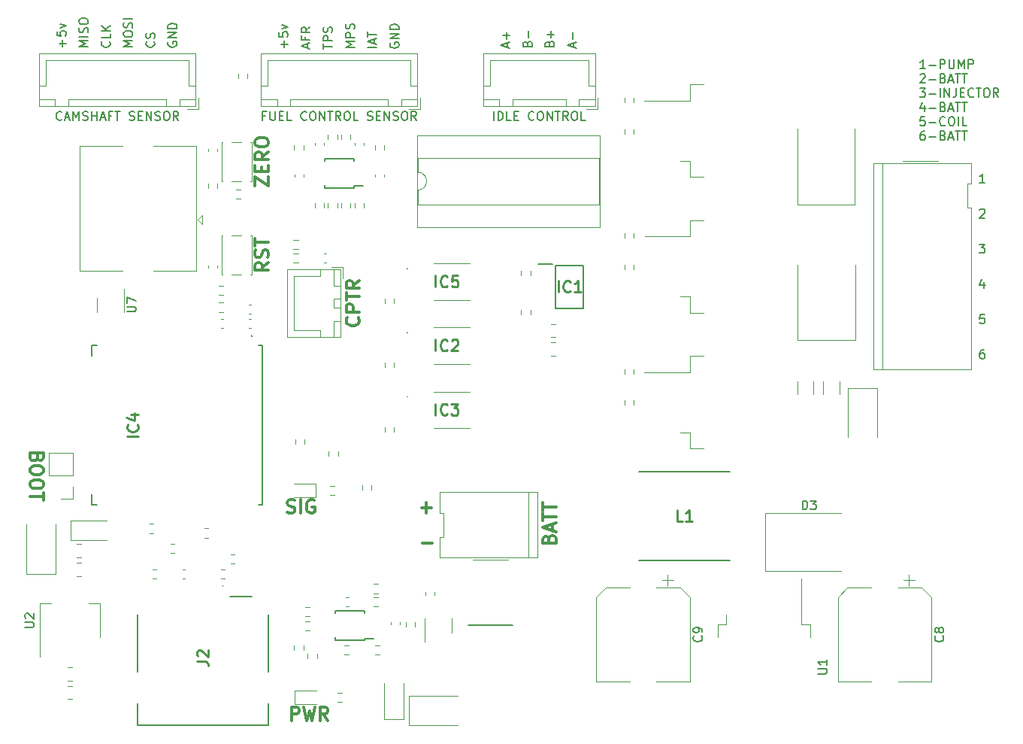
<source format=gbr>
%TF.GenerationSoftware,KiCad,Pcbnew,7.0.8-7.0.8~ubuntu22.04.1*%
%TF.CreationDate,2023-11-09T12:37:36+08:00*%
%TF.ProjectId,ECU,4543552e-6b69-4636-9164-5f7063625858,rev?*%
%TF.SameCoordinates,Original*%
%TF.FileFunction,Legend,Top*%
%TF.FilePolarity,Positive*%
%FSLAX46Y46*%
G04 Gerber Fmt 4.6, Leading zero omitted, Abs format (unit mm)*
G04 Created by KiCad (PCBNEW 7.0.8-7.0.8~ubuntu22.04.1) date 2023-11-09 12:37:36*
%MOMM*%
%LPD*%
G01*
G04 APERTURE LIST*
%ADD10C,0.150000*%
%ADD11C,0.300000*%
%ADD12C,0.254000*%
%ADD13C,0.200000*%
%ADD14C,0.120000*%
%ADD15C,0.100000*%
G04 APERTURE END LIST*
D10*
X117088094Y-76644580D02*
X117040475Y-76692200D01*
X117040475Y-76692200D02*
X116897618Y-76739819D01*
X116897618Y-76739819D02*
X116802380Y-76739819D01*
X116802380Y-76739819D02*
X116659523Y-76692200D01*
X116659523Y-76692200D02*
X116564285Y-76596961D01*
X116564285Y-76596961D02*
X116516666Y-76501723D01*
X116516666Y-76501723D02*
X116469047Y-76311247D01*
X116469047Y-76311247D02*
X116469047Y-76168390D01*
X116469047Y-76168390D02*
X116516666Y-75977914D01*
X116516666Y-75977914D02*
X116564285Y-75882676D01*
X116564285Y-75882676D02*
X116659523Y-75787438D01*
X116659523Y-75787438D02*
X116802380Y-75739819D01*
X116802380Y-75739819D02*
X116897618Y-75739819D01*
X116897618Y-75739819D02*
X117040475Y-75787438D01*
X117040475Y-75787438D02*
X117088094Y-75835057D01*
X117469047Y-76454104D02*
X117945237Y-76454104D01*
X117373809Y-76739819D02*
X117707142Y-75739819D01*
X117707142Y-75739819D02*
X118040475Y-76739819D01*
X118373809Y-76739819D02*
X118373809Y-75739819D01*
X118373809Y-75739819D02*
X118707142Y-76454104D01*
X118707142Y-76454104D02*
X119040475Y-75739819D01*
X119040475Y-75739819D02*
X119040475Y-76739819D01*
X119469047Y-76692200D02*
X119611904Y-76739819D01*
X119611904Y-76739819D02*
X119849999Y-76739819D01*
X119849999Y-76739819D02*
X119945237Y-76692200D01*
X119945237Y-76692200D02*
X119992856Y-76644580D01*
X119992856Y-76644580D02*
X120040475Y-76549342D01*
X120040475Y-76549342D02*
X120040475Y-76454104D01*
X120040475Y-76454104D02*
X119992856Y-76358866D01*
X119992856Y-76358866D02*
X119945237Y-76311247D01*
X119945237Y-76311247D02*
X119849999Y-76263628D01*
X119849999Y-76263628D02*
X119659523Y-76216009D01*
X119659523Y-76216009D02*
X119564285Y-76168390D01*
X119564285Y-76168390D02*
X119516666Y-76120771D01*
X119516666Y-76120771D02*
X119469047Y-76025533D01*
X119469047Y-76025533D02*
X119469047Y-75930295D01*
X119469047Y-75930295D02*
X119516666Y-75835057D01*
X119516666Y-75835057D02*
X119564285Y-75787438D01*
X119564285Y-75787438D02*
X119659523Y-75739819D01*
X119659523Y-75739819D02*
X119897618Y-75739819D01*
X119897618Y-75739819D02*
X120040475Y-75787438D01*
X120469047Y-76739819D02*
X120469047Y-75739819D01*
X120469047Y-76216009D02*
X121040475Y-76216009D01*
X121040475Y-76739819D02*
X121040475Y-75739819D01*
X121469047Y-76454104D02*
X121945237Y-76454104D01*
X121373809Y-76739819D02*
X121707142Y-75739819D01*
X121707142Y-75739819D02*
X122040475Y-76739819D01*
X122707142Y-76216009D02*
X122373809Y-76216009D01*
X122373809Y-76739819D02*
X122373809Y-75739819D01*
X122373809Y-75739819D02*
X122849999Y-75739819D01*
X123088095Y-75739819D02*
X123659523Y-75739819D01*
X123373809Y-76739819D02*
X123373809Y-75739819D01*
X124707143Y-76692200D02*
X124850000Y-76739819D01*
X124850000Y-76739819D02*
X125088095Y-76739819D01*
X125088095Y-76739819D02*
X125183333Y-76692200D01*
X125183333Y-76692200D02*
X125230952Y-76644580D01*
X125230952Y-76644580D02*
X125278571Y-76549342D01*
X125278571Y-76549342D02*
X125278571Y-76454104D01*
X125278571Y-76454104D02*
X125230952Y-76358866D01*
X125230952Y-76358866D02*
X125183333Y-76311247D01*
X125183333Y-76311247D02*
X125088095Y-76263628D01*
X125088095Y-76263628D02*
X124897619Y-76216009D01*
X124897619Y-76216009D02*
X124802381Y-76168390D01*
X124802381Y-76168390D02*
X124754762Y-76120771D01*
X124754762Y-76120771D02*
X124707143Y-76025533D01*
X124707143Y-76025533D02*
X124707143Y-75930295D01*
X124707143Y-75930295D02*
X124754762Y-75835057D01*
X124754762Y-75835057D02*
X124802381Y-75787438D01*
X124802381Y-75787438D02*
X124897619Y-75739819D01*
X124897619Y-75739819D02*
X125135714Y-75739819D01*
X125135714Y-75739819D02*
X125278571Y-75787438D01*
X125707143Y-76216009D02*
X126040476Y-76216009D01*
X126183333Y-76739819D02*
X125707143Y-76739819D01*
X125707143Y-76739819D02*
X125707143Y-75739819D01*
X125707143Y-75739819D02*
X126183333Y-75739819D01*
X126611905Y-76739819D02*
X126611905Y-75739819D01*
X126611905Y-75739819D02*
X127183333Y-76739819D01*
X127183333Y-76739819D02*
X127183333Y-75739819D01*
X127611905Y-76692200D02*
X127754762Y-76739819D01*
X127754762Y-76739819D02*
X127992857Y-76739819D01*
X127992857Y-76739819D02*
X128088095Y-76692200D01*
X128088095Y-76692200D02*
X128135714Y-76644580D01*
X128135714Y-76644580D02*
X128183333Y-76549342D01*
X128183333Y-76549342D02*
X128183333Y-76454104D01*
X128183333Y-76454104D02*
X128135714Y-76358866D01*
X128135714Y-76358866D02*
X128088095Y-76311247D01*
X128088095Y-76311247D02*
X127992857Y-76263628D01*
X127992857Y-76263628D02*
X127802381Y-76216009D01*
X127802381Y-76216009D02*
X127707143Y-76168390D01*
X127707143Y-76168390D02*
X127659524Y-76120771D01*
X127659524Y-76120771D02*
X127611905Y-76025533D01*
X127611905Y-76025533D02*
X127611905Y-75930295D01*
X127611905Y-75930295D02*
X127659524Y-75835057D01*
X127659524Y-75835057D02*
X127707143Y-75787438D01*
X127707143Y-75787438D02*
X127802381Y-75739819D01*
X127802381Y-75739819D02*
X128040476Y-75739819D01*
X128040476Y-75739819D02*
X128183333Y-75787438D01*
X128802381Y-75739819D02*
X128992857Y-75739819D01*
X128992857Y-75739819D02*
X129088095Y-75787438D01*
X129088095Y-75787438D02*
X129183333Y-75882676D01*
X129183333Y-75882676D02*
X129230952Y-76073152D01*
X129230952Y-76073152D02*
X129230952Y-76406485D01*
X129230952Y-76406485D02*
X129183333Y-76596961D01*
X129183333Y-76596961D02*
X129088095Y-76692200D01*
X129088095Y-76692200D02*
X128992857Y-76739819D01*
X128992857Y-76739819D02*
X128802381Y-76739819D01*
X128802381Y-76739819D02*
X128707143Y-76692200D01*
X128707143Y-76692200D02*
X128611905Y-76596961D01*
X128611905Y-76596961D02*
X128564286Y-76406485D01*
X128564286Y-76406485D02*
X128564286Y-76073152D01*
X128564286Y-76073152D02*
X128611905Y-75882676D01*
X128611905Y-75882676D02*
X128707143Y-75787438D01*
X128707143Y-75787438D02*
X128802381Y-75739819D01*
X130230952Y-76739819D02*
X129897619Y-76263628D01*
X129659524Y-76739819D02*
X129659524Y-75739819D01*
X129659524Y-75739819D02*
X130040476Y-75739819D01*
X130040476Y-75739819D02*
X130135714Y-75787438D01*
X130135714Y-75787438D02*
X130183333Y-75835057D01*
X130183333Y-75835057D02*
X130230952Y-75930295D01*
X130230952Y-75930295D02*
X130230952Y-76073152D01*
X130230952Y-76073152D02*
X130183333Y-76168390D01*
X130183333Y-76168390D02*
X130135714Y-76216009D01*
X130135714Y-76216009D02*
X130040476Y-76263628D01*
X130040476Y-76263628D02*
X129659524Y-76263628D01*
D11*
X142999999Y-144278328D02*
X142999999Y-142778328D01*
X142999999Y-142778328D02*
X143571428Y-142778328D01*
X143571428Y-142778328D02*
X143714285Y-142849757D01*
X143714285Y-142849757D02*
X143785714Y-142921185D01*
X143785714Y-142921185D02*
X143857142Y-143064042D01*
X143857142Y-143064042D02*
X143857142Y-143278328D01*
X143857142Y-143278328D02*
X143785714Y-143421185D01*
X143785714Y-143421185D02*
X143714285Y-143492614D01*
X143714285Y-143492614D02*
X143571428Y-143564042D01*
X143571428Y-143564042D02*
X142999999Y-143564042D01*
X144357142Y-142778328D02*
X144714285Y-144278328D01*
X144714285Y-144278328D02*
X144999999Y-143206900D01*
X144999999Y-143206900D02*
X145285714Y-144278328D01*
X145285714Y-144278328D02*
X145642857Y-142778328D01*
X147071428Y-144278328D02*
X146571428Y-143564042D01*
X146214285Y-144278328D02*
X146214285Y-142778328D01*
X146214285Y-142778328D02*
X146785714Y-142778328D01*
X146785714Y-142778328D02*
X146928571Y-142849757D01*
X146928571Y-142849757D02*
X147000000Y-142921185D01*
X147000000Y-142921185D02*
X147071428Y-143064042D01*
X147071428Y-143064042D02*
X147071428Y-143278328D01*
X147071428Y-143278328D02*
X147000000Y-143421185D01*
X147000000Y-143421185D02*
X146928571Y-143492614D01*
X146928571Y-143492614D02*
X146785714Y-143564042D01*
X146785714Y-143564042D02*
X146214285Y-143564042D01*
X157702631Y-124306900D02*
X158845489Y-124306900D01*
D10*
X221012969Y-98611569D02*
X220536779Y-98611569D01*
X220536779Y-98611569D02*
X220489160Y-99087759D01*
X220489160Y-99087759D02*
X220536779Y-99040140D01*
X220536779Y-99040140D02*
X220632017Y-98992521D01*
X220632017Y-98992521D02*
X220870112Y-98992521D01*
X220870112Y-98992521D02*
X220965350Y-99040140D01*
X220965350Y-99040140D02*
X221012969Y-99087759D01*
X221012969Y-99087759D02*
X221060588Y-99182997D01*
X221060588Y-99182997D02*
X221060588Y-99421092D01*
X221060588Y-99421092D02*
X221012969Y-99516330D01*
X221012969Y-99516330D02*
X220965350Y-99563950D01*
X220965350Y-99563950D02*
X220870112Y-99611569D01*
X220870112Y-99611569D02*
X220632017Y-99611569D01*
X220632017Y-99611569D02*
X220536779Y-99563950D01*
X220536779Y-99563950D02*
X220489160Y-99516330D01*
X172031009Y-68129887D02*
X172078628Y-67987030D01*
X172078628Y-67987030D02*
X172126247Y-67939411D01*
X172126247Y-67939411D02*
X172221485Y-67891792D01*
X172221485Y-67891792D02*
X172364342Y-67891792D01*
X172364342Y-67891792D02*
X172459580Y-67939411D01*
X172459580Y-67939411D02*
X172507200Y-67987030D01*
X172507200Y-67987030D02*
X172554819Y-68082268D01*
X172554819Y-68082268D02*
X172554819Y-68463220D01*
X172554819Y-68463220D02*
X171554819Y-68463220D01*
X171554819Y-68463220D02*
X171554819Y-68129887D01*
X171554819Y-68129887D02*
X171602438Y-68034649D01*
X171602438Y-68034649D02*
X171650057Y-67987030D01*
X171650057Y-67987030D02*
X171745295Y-67939411D01*
X171745295Y-67939411D02*
X171840533Y-67939411D01*
X171840533Y-67939411D02*
X171935771Y-67987030D01*
X171935771Y-67987030D02*
X171983390Y-68034649D01*
X171983390Y-68034649D02*
X172031009Y-68129887D01*
X172031009Y-68129887D02*
X172031009Y-68463220D01*
X172173866Y-67463220D02*
X172173866Y-66701316D01*
X172554819Y-67082268D02*
X171792914Y-67082268D01*
X165754762Y-76739819D02*
X165754762Y-75739819D01*
X166230952Y-76739819D02*
X166230952Y-75739819D01*
X166230952Y-75739819D02*
X166469047Y-75739819D01*
X166469047Y-75739819D02*
X166611904Y-75787438D01*
X166611904Y-75787438D02*
X166707142Y-75882676D01*
X166707142Y-75882676D02*
X166754761Y-75977914D01*
X166754761Y-75977914D02*
X166802380Y-76168390D01*
X166802380Y-76168390D02*
X166802380Y-76311247D01*
X166802380Y-76311247D02*
X166754761Y-76501723D01*
X166754761Y-76501723D02*
X166707142Y-76596961D01*
X166707142Y-76596961D02*
X166611904Y-76692200D01*
X166611904Y-76692200D02*
X166469047Y-76739819D01*
X166469047Y-76739819D02*
X166230952Y-76739819D01*
X167707142Y-76739819D02*
X167230952Y-76739819D01*
X167230952Y-76739819D02*
X167230952Y-75739819D01*
X168040476Y-76216009D02*
X168373809Y-76216009D01*
X168516666Y-76739819D02*
X168040476Y-76739819D01*
X168040476Y-76739819D02*
X168040476Y-75739819D01*
X168040476Y-75739819D02*
X168516666Y-75739819D01*
X170278571Y-76644580D02*
X170230952Y-76692200D01*
X170230952Y-76692200D02*
X170088095Y-76739819D01*
X170088095Y-76739819D02*
X169992857Y-76739819D01*
X169992857Y-76739819D02*
X169850000Y-76692200D01*
X169850000Y-76692200D02*
X169754762Y-76596961D01*
X169754762Y-76596961D02*
X169707143Y-76501723D01*
X169707143Y-76501723D02*
X169659524Y-76311247D01*
X169659524Y-76311247D02*
X169659524Y-76168390D01*
X169659524Y-76168390D02*
X169707143Y-75977914D01*
X169707143Y-75977914D02*
X169754762Y-75882676D01*
X169754762Y-75882676D02*
X169850000Y-75787438D01*
X169850000Y-75787438D02*
X169992857Y-75739819D01*
X169992857Y-75739819D02*
X170088095Y-75739819D01*
X170088095Y-75739819D02*
X170230952Y-75787438D01*
X170230952Y-75787438D02*
X170278571Y-75835057D01*
X170897619Y-75739819D02*
X171088095Y-75739819D01*
X171088095Y-75739819D02*
X171183333Y-75787438D01*
X171183333Y-75787438D02*
X171278571Y-75882676D01*
X171278571Y-75882676D02*
X171326190Y-76073152D01*
X171326190Y-76073152D02*
X171326190Y-76406485D01*
X171326190Y-76406485D02*
X171278571Y-76596961D01*
X171278571Y-76596961D02*
X171183333Y-76692200D01*
X171183333Y-76692200D02*
X171088095Y-76739819D01*
X171088095Y-76739819D02*
X170897619Y-76739819D01*
X170897619Y-76739819D02*
X170802381Y-76692200D01*
X170802381Y-76692200D02*
X170707143Y-76596961D01*
X170707143Y-76596961D02*
X170659524Y-76406485D01*
X170659524Y-76406485D02*
X170659524Y-76073152D01*
X170659524Y-76073152D02*
X170707143Y-75882676D01*
X170707143Y-75882676D02*
X170802381Y-75787438D01*
X170802381Y-75787438D02*
X170897619Y-75739819D01*
X171754762Y-76739819D02*
X171754762Y-75739819D01*
X171754762Y-75739819D02*
X172326190Y-76739819D01*
X172326190Y-76739819D02*
X172326190Y-75739819D01*
X172659524Y-75739819D02*
X173230952Y-75739819D01*
X172945238Y-76739819D02*
X172945238Y-75739819D01*
X174135714Y-76739819D02*
X173802381Y-76263628D01*
X173564286Y-76739819D02*
X173564286Y-75739819D01*
X173564286Y-75739819D02*
X173945238Y-75739819D01*
X173945238Y-75739819D02*
X174040476Y-75787438D01*
X174040476Y-75787438D02*
X174088095Y-75835057D01*
X174088095Y-75835057D02*
X174135714Y-75930295D01*
X174135714Y-75930295D02*
X174135714Y-76073152D01*
X174135714Y-76073152D02*
X174088095Y-76168390D01*
X174088095Y-76168390D02*
X174040476Y-76216009D01*
X174040476Y-76216009D02*
X173945238Y-76263628D01*
X173945238Y-76263628D02*
X173564286Y-76263628D01*
X174754762Y-75739819D02*
X174945238Y-75739819D01*
X174945238Y-75739819D02*
X175040476Y-75787438D01*
X175040476Y-75787438D02*
X175135714Y-75882676D01*
X175135714Y-75882676D02*
X175183333Y-76073152D01*
X175183333Y-76073152D02*
X175183333Y-76406485D01*
X175183333Y-76406485D02*
X175135714Y-76596961D01*
X175135714Y-76596961D02*
X175040476Y-76692200D01*
X175040476Y-76692200D02*
X174945238Y-76739819D01*
X174945238Y-76739819D02*
X174754762Y-76739819D01*
X174754762Y-76739819D02*
X174659524Y-76692200D01*
X174659524Y-76692200D02*
X174564286Y-76596961D01*
X174564286Y-76596961D02*
X174516667Y-76406485D01*
X174516667Y-76406485D02*
X174516667Y-76073152D01*
X174516667Y-76073152D02*
X174564286Y-75882676D01*
X174564286Y-75882676D02*
X174659524Y-75787438D01*
X174659524Y-75787438D02*
X174754762Y-75739819D01*
X176088095Y-76739819D02*
X175611905Y-76739819D01*
X175611905Y-76739819D02*
X175611905Y-75739819D01*
X220965350Y-94984902D02*
X220965350Y-95651569D01*
X220727255Y-94603950D02*
X220489160Y-95318235D01*
X220489160Y-95318235D02*
X221108207Y-95318235D01*
X154102438Y-68039411D02*
X154054819Y-68134649D01*
X154054819Y-68134649D02*
X154054819Y-68277506D01*
X154054819Y-68277506D02*
X154102438Y-68420363D01*
X154102438Y-68420363D02*
X154197676Y-68515601D01*
X154197676Y-68515601D02*
X154292914Y-68563220D01*
X154292914Y-68563220D02*
X154483390Y-68610839D01*
X154483390Y-68610839D02*
X154626247Y-68610839D01*
X154626247Y-68610839D02*
X154816723Y-68563220D01*
X154816723Y-68563220D02*
X154911961Y-68515601D01*
X154911961Y-68515601D02*
X155007200Y-68420363D01*
X155007200Y-68420363D02*
X155054819Y-68277506D01*
X155054819Y-68277506D02*
X155054819Y-68182268D01*
X155054819Y-68182268D02*
X155007200Y-68039411D01*
X155007200Y-68039411D02*
X154959580Y-67991792D01*
X154959580Y-67991792D02*
X154626247Y-67991792D01*
X154626247Y-67991792D02*
X154626247Y-68182268D01*
X155054819Y-67563220D02*
X154054819Y-67563220D01*
X154054819Y-67563220D02*
X155054819Y-66991792D01*
X155054819Y-66991792D02*
X154054819Y-66991792D01*
X155054819Y-66515601D02*
X154054819Y-66515601D01*
X154054819Y-66515601D02*
X154054819Y-66277506D01*
X154054819Y-66277506D02*
X154102438Y-66134649D01*
X154102438Y-66134649D02*
X154197676Y-66039411D01*
X154197676Y-66039411D02*
X154292914Y-65991792D01*
X154292914Y-65991792D02*
X154483390Y-65944173D01*
X154483390Y-65944173D02*
X154626247Y-65944173D01*
X154626247Y-65944173D02*
X154816723Y-65991792D01*
X154816723Y-65991792D02*
X154911961Y-66039411D01*
X154911961Y-66039411D02*
X155007200Y-66134649D01*
X155007200Y-66134649D02*
X155054819Y-66277506D01*
X155054819Y-66277506D02*
X155054819Y-66515601D01*
D11*
X157602631Y-120356900D02*
X158745489Y-120356900D01*
X158174060Y-120928328D02*
X158174060Y-119785471D01*
D10*
X146554819Y-68706077D02*
X146554819Y-68134649D01*
X147554819Y-68420363D02*
X146554819Y-68420363D01*
X147554819Y-67801315D02*
X146554819Y-67801315D01*
X146554819Y-67801315D02*
X146554819Y-67420363D01*
X146554819Y-67420363D02*
X146602438Y-67325125D01*
X146602438Y-67325125D02*
X146650057Y-67277506D01*
X146650057Y-67277506D02*
X146745295Y-67229887D01*
X146745295Y-67229887D02*
X146888152Y-67229887D01*
X146888152Y-67229887D02*
X146983390Y-67277506D01*
X146983390Y-67277506D02*
X147031009Y-67325125D01*
X147031009Y-67325125D02*
X147078628Y-67420363D01*
X147078628Y-67420363D02*
X147078628Y-67801315D01*
X147507200Y-66848934D02*
X147554819Y-66706077D01*
X147554819Y-66706077D02*
X147554819Y-66467982D01*
X147554819Y-66467982D02*
X147507200Y-66372744D01*
X147507200Y-66372744D02*
X147459580Y-66325125D01*
X147459580Y-66325125D02*
X147364342Y-66277506D01*
X147364342Y-66277506D02*
X147269104Y-66277506D01*
X147269104Y-66277506D02*
X147173866Y-66325125D01*
X147173866Y-66325125D02*
X147126247Y-66372744D01*
X147126247Y-66372744D02*
X147078628Y-66467982D01*
X147078628Y-66467982D02*
X147031009Y-66658458D01*
X147031009Y-66658458D02*
X146983390Y-66753696D01*
X146983390Y-66753696D02*
X146935771Y-66801315D01*
X146935771Y-66801315D02*
X146840533Y-66848934D01*
X146840533Y-66848934D02*
X146745295Y-66848934D01*
X146745295Y-66848934D02*
X146650057Y-66801315D01*
X146650057Y-66801315D02*
X146602438Y-66753696D01*
X146602438Y-66753696D02*
X146554819Y-66658458D01*
X146554819Y-66658458D02*
X146554819Y-66420363D01*
X146554819Y-66420363D02*
X146602438Y-66277506D01*
D11*
X138878328Y-84089286D02*
X138878328Y-83089286D01*
X138878328Y-83089286D02*
X140378328Y-84089286D01*
X140378328Y-84089286D02*
X140378328Y-83089286D01*
X139592614Y-82517858D02*
X139592614Y-82017858D01*
X140378328Y-81803572D02*
X140378328Y-82517858D01*
X140378328Y-82517858D02*
X138878328Y-82517858D01*
X138878328Y-82517858D02*
X138878328Y-81803572D01*
X140378328Y-80303572D02*
X139664042Y-80803572D01*
X140378328Y-81160715D02*
X138878328Y-81160715D01*
X138878328Y-81160715D02*
X138878328Y-80589286D01*
X138878328Y-80589286D02*
X138949757Y-80446429D01*
X138949757Y-80446429D02*
X139021185Y-80375000D01*
X139021185Y-80375000D02*
X139164042Y-80303572D01*
X139164042Y-80303572D02*
X139378328Y-80303572D01*
X139378328Y-80303572D02*
X139521185Y-80375000D01*
X139521185Y-80375000D02*
X139592614Y-80446429D01*
X139592614Y-80446429D02*
X139664042Y-80589286D01*
X139664042Y-80589286D02*
X139664042Y-81160715D01*
X138878328Y-79375000D02*
X138878328Y-79089286D01*
X138878328Y-79089286D02*
X138949757Y-78946429D01*
X138949757Y-78946429D02*
X139092614Y-78803572D01*
X139092614Y-78803572D02*
X139378328Y-78732143D01*
X139378328Y-78732143D02*
X139878328Y-78732143D01*
X139878328Y-78732143D02*
X140164042Y-78803572D01*
X140164042Y-78803572D02*
X140306900Y-78946429D01*
X140306900Y-78946429D02*
X140378328Y-79089286D01*
X140378328Y-79089286D02*
X140378328Y-79375000D01*
X140378328Y-79375000D02*
X140306900Y-79517858D01*
X140306900Y-79517858D02*
X140164042Y-79660715D01*
X140164042Y-79660715D02*
X139878328Y-79732143D01*
X139878328Y-79732143D02*
X139378328Y-79732143D01*
X139378328Y-79732143D02*
X139092614Y-79660715D01*
X139092614Y-79660715D02*
X138949757Y-79517858D01*
X138949757Y-79517858D02*
X138878328Y-79375000D01*
D10*
X169531009Y-68129887D02*
X169578628Y-67987030D01*
X169578628Y-67987030D02*
X169626247Y-67939411D01*
X169626247Y-67939411D02*
X169721485Y-67891792D01*
X169721485Y-67891792D02*
X169864342Y-67891792D01*
X169864342Y-67891792D02*
X169959580Y-67939411D01*
X169959580Y-67939411D02*
X170007200Y-67987030D01*
X170007200Y-67987030D02*
X170054819Y-68082268D01*
X170054819Y-68082268D02*
X170054819Y-68463220D01*
X170054819Y-68463220D02*
X169054819Y-68463220D01*
X169054819Y-68463220D02*
X169054819Y-68129887D01*
X169054819Y-68129887D02*
X169102438Y-68034649D01*
X169102438Y-68034649D02*
X169150057Y-67987030D01*
X169150057Y-67987030D02*
X169245295Y-67939411D01*
X169245295Y-67939411D02*
X169340533Y-67939411D01*
X169340533Y-67939411D02*
X169435771Y-67987030D01*
X169435771Y-67987030D02*
X169483390Y-68034649D01*
X169483390Y-68034649D02*
X169531009Y-68129887D01*
X169531009Y-68129887D02*
X169531009Y-68463220D01*
X169673866Y-67463220D02*
X169673866Y-66701316D01*
X140040475Y-76216009D02*
X139707142Y-76216009D01*
X139707142Y-76739819D02*
X139707142Y-75739819D01*
X139707142Y-75739819D02*
X140183332Y-75739819D01*
X140564285Y-75739819D02*
X140564285Y-76549342D01*
X140564285Y-76549342D02*
X140611904Y-76644580D01*
X140611904Y-76644580D02*
X140659523Y-76692200D01*
X140659523Y-76692200D02*
X140754761Y-76739819D01*
X140754761Y-76739819D02*
X140945237Y-76739819D01*
X140945237Y-76739819D02*
X141040475Y-76692200D01*
X141040475Y-76692200D02*
X141088094Y-76644580D01*
X141088094Y-76644580D02*
X141135713Y-76549342D01*
X141135713Y-76549342D02*
X141135713Y-75739819D01*
X141611904Y-76216009D02*
X141945237Y-76216009D01*
X142088094Y-76739819D02*
X141611904Y-76739819D01*
X141611904Y-76739819D02*
X141611904Y-75739819D01*
X141611904Y-75739819D02*
X142088094Y-75739819D01*
X142992856Y-76739819D02*
X142516666Y-76739819D01*
X142516666Y-76739819D02*
X142516666Y-75739819D01*
X144659523Y-76644580D02*
X144611904Y-76692200D01*
X144611904Y-76692200D02*
X144469047Y-76739819D01*
X144469047Y-76739819D02*
X144373809Y-76739819D01*
X144373809Y-76739819D02*
X144230952Y-76692200D01*
X144230952Y-76692200D02*
X144135714Y-76596961D01*
X144135714Y-76596961D02*
X144088095Y-76501723D01*
X144088095Y-76501723D02*
X144040476Y-76311247D01*
X144040476Y-76311247D02*
X144040476Y-76168390D01*
X144040476Y-76168390D02*
X144088095Y-75977914D01*
X144088095Y-75977914D02*
X144135714Y-75882676D01*
X144135714Y-75882676D02*
X144230952Y-75787438D01*
X144230952Y-75787438D02*
X144373809Y-75739819D01*
X144373809Y-75739819D02*
X144469047Y-75739819D01*
X144469047Y-75739819D02*
X144611904Y-75787438D01*
X144611904Y-75787438D02*
X144659523Y-75835057D01*
X145278571Y-75739819D02*
X145469047Y-75739819D01*
X145469047Y-75739819D02*
X145564285Y-75787438D01*
X145564285Y-75787438D02*
X145659523Y-75882676D01*
X145659523Y-75882676D02*
X145707142Y-76073152D01*
X145707142Y-76073152D02*
X145707142Y-76406485D01*
X145707142Y-76406485D02*
X145659523Y-76596961D01*
X145659523Y-76596961D02*
X145564285Y-76692200D01*
X145564285Y-76692200D02*
X145469047Y-76739819D01*
X145469047Y-76739819D02*
X145278571Y-76739819D01*
X145278571Y-76739819D02*
X145183333Y-76692200D01*
X145183333Y-76692200D02*
X145088095Y-76596961D01*
X145088095Y-76596961D02*
X145040476Y-76406485D01*
X145040476Y-76406485D02*
X145040476Y-76073152D01*
X145040476Y-76073152D02*
X145088095Y-75882676D01*
X145088095Y-75882676D02*
X145183333Y-75787438D01*
X145183333Y-75787438D02*
X145278571Y-75739819D01*
X146135714Y-76739819D02*
X146135714Y-75739819D01*
X146135714Y-75739819D02*
X146707142Y-76739819D01*
X146707142Y-76739819D02*
X146707142Y-75739819D01*
X147040476Y-75739819D02*
X147611904Y-75739819D01*
X147326190Y-76739819D02*
X147326190Y-75739819D01*
X148516666Y-76739819D02*
X148183333Y-76263628D01*
X147945238Y-76739819D02*
X147945238Y-75739819D01*
X147945238Y-75739819D02*
X148326190Y-75739819D01*
X148326190Y-75739819D02*
X148421428Y-75787438D01*
X148421428Y-75787438D02*
X148469047Y-75835057D01*
X148469047Y-75835057D02*
X148516666Y-75930295D01*
X148516666Y-75930295D02*
X148516666Y-76073152D01*
X148516666Y-76073152D02*
X148469047Y-76168390D01*
X148469047Y-76168390D02*
X148421428Y-76216009D01*
X148421428Y-76216009D02*
X148326190Y-76263628D01*
X148326190Y-76263628D02*
X147945238Y-76263628D01*
X149135714Y-75739819D02*
X149326190Y-75739819D01*
X149326190Y-75739819D02*
X149421428Y-75787438D01*
X149421428Y-75787438D02*
X149516666Y-75882676D01*
X149516666Y-75882676D02*
X149564285Y-76073152D01*
X149564285Y-76073152D02*
X149564285Y-76406485D01*
X149564285Y-76406485D02*
X149516666Y-76596961D01*
X149516666Y-76596961D02*
X149421428Y-76692200D01*
X149421428Y-76692200D02*
X149326190Y-76739819D01*
X149326190Y-76739819D02*
X149135714Y-76739819D01*
X149135714Y-76739819D02*
X149040476Y-76692200D01*
X149040476Y-76692200D02*
X148945238Y-76596961D01*
X148945238Y-76596961D02*
X148897619Y-76406485D01*
X148897619Y-76406485D02*
X148897619Y-76073152D01*
X148897619Y-76073152D02*
X148945238Y-75882676D01*
X148945238Y-75882676D02*
X149040476Y-75787438D01*
X149040476Y-75787438D02*
X149135714Y-75739819D01*
X150469047Y-76739819D02*
X149992857Y-76739819D01*
X149992857Y-76739819D02*
X149992857Y-75739819D01*
X151516667Y-76692200D02*
X151659524Y-76739819D01*
X151659524Y-76739819D02*
X151897619Y-76739819D01*
X151897619Y-76739819D02*
X151992857Y-76692200D01*
X151992857Y-76692200D02*
X152040476Y-76644580D01*
X152040476Y-76644580D02*
X152088095Y-76549342D01*
X152088095Y-76549342D02*
X152088095Y-76454104D01*
X152088095Y-76454104D02*
X152040476Y-76358866D01*
X152040476Y-76358866D02*
X151992857Y-76311247D01*
X151992857Y-76311247D02*
X151897619Y-76263628D01*
X151897619Y-76263628D02*
X151707143Y-76216009D01*
X151707143Y-76216009D02*
X151611905Y-76168390D01*
X151611905Y-76168390D02*
X151564286Y-76120771D01*
X151564286Y-76120771D02*
X151516667Y-76025533D01*
X151516667Y-76025533D02*
X151516667Y-75930295D01*
X151516667Y-75930295D02*
X151564286Y-75835057D01*
X151564286Y-75835057D02*
X151611905Y-75787438D01*
X151611905Y-75787438D02*
X151707143Y-75739819D01*
X151707143Y-75739819D02*
X151945238Y-75739819D01*
X151945238Y-75739819D02*
X152088095Y-75787438D01*
X152516667Y-76216009D02*
X152850000Y-76216009D01*
X152992857Y-76739819D02*
X152516667Y-76739819D01*
X152516667Y-76739819D02*
X152516667Y-75739819D01*
X152516667Y-75739819D02*
X152992857Y-75739819D01*
X153421429Y-76739819D02*
X153421429Y-75739819D01*
X153421429Y-75739819D02*
X153992857Y-76739819D01*
X153992857Y-76739819D02*
X153992857Y-75739819D01*
X154421429Y-76692200D02*
X154564286Y-76739819D01*
X154564286Y-76739819D02*
X154802381Y-76739819D01*
X154802381Y-76739819D02*
X154897619Y-76692200D01*
X154897619Y-76692200D02*
X154945238Y-76644580D01*
X154945238Y-76644580D02*
X154992857Y-76549342D01*
X154992857Y-76549342D02*
X154992857Y-76454104D01*
X154992857Y-76454104D02*
X154945238Y-76358866D01*
X154945238Y-76358866D02*
X154897619Y-76311247D01*
X154897619Y-76311247D02*
X154802381Y-76263628D01*
X154802381Y-76263628D02*
X154611905Y-76216009D01*
X154611905Y-76216009D02*
X154516667Y-76168390D01*
X154516667Y-76168390D02*
X154469048Y-76120771D01*
X154469048Y-76120771D02*
X154421429Y-76025533D01*
X154421429Y-76025533D02*
X154421429Y-75930295D01*
X154421429Y-75930295D02*
X154469048Y-75835057D01*
X154469048Y-75835057D02*
X154516667Y-75787438D01*
X154516667Y-75787438D02*
X154611905Y-75739819D01*
X154611905Y-75739819D02*
X154850000Y-75739819D01*
X154850000Y-75739819D02*
X154992857Y-75787438D01*
X155611905Y-75739819D02*
X155802381Y-75739819D01*
X155802381Y-75739819D02*
X155897619Y-75787438D01*
X155897619Y-75787438D02*
X155992857Y-75882676D01*
X155992857Y-75882676D02*
X156040476Y-76073152D01*
X156040476Y-76073152D02*
X156040476Y-76406485D01*
X156040476Y-76406485D02*
X155992857Y-76596961D01*
X155992857Y-76596961D02*
X155897619Y-76692200D01*
X155897619Y-76692200D02*
X155802381Y-76739819D01*
X155802381Y-76739819D02*
X155611905Y-76739819D01*
X155611905Y-76739819D02*
X155516667Y-76692200D01*
X155516667Y-76692200D02*
X155421429Y-76596961D01*
X155421429Y-76596961D02*
X155373810Y-76406485D01*
X155373810Y-76406485D02*
X155373810Y-76073152D01*
X155373810Y-76073152D02*
X155421429Y-75882676D01*
X155421429Y-75882676D02*
X155516667Y-75787438D01*
X155516667Y-75787438D02*
X155611905Y-75739819D01*
X157040476Y-76739819D02*
X156707143Y-76263628D01*
X156469048Y-76739819D02*
X156469048Y-75739819D01*
X156469048Y-75739819D02*
X156850000Y-75739819D01*
X156850000Y-75739819D02*
X156945238Y-75787438D01*
X156945238Y-75787438D02*
X156992857Y-75835057D01*
X156992857Y-75835057D02*
X157040476Y-75930295D01*
X157040476Y-75930295D02*
X157040476Y-76073152D01*
X157040476Y-76073152D02*
X156992857Y-76168390D01*
X156992857Y-76168390D02*
X156945238Y-76216009D01*
X156945238Y-76216009D02*
X156850000Y-76263628D01*
X156850000Y-76263628D02*
X156469048Y-76263628D01*
X221060588Y-83771569D02*
X220489160Y-83771569D01*
X220774874Y-83771569D02*
X220774874Y-82771569D01*
X220774874Y-82771569D02*
X220679636Y-82914426D01*
X220679636Y-82914426D02*
X220584398Y-83009664D01*
X220584398Y-83009664D02*
X220489160Y-83057283D01*
X120054819Y-68463220D02*
X119054819Y-68463220D01*
X119054819Y-68463220D02*
X119769104Y-68129887D01*
X119769104Y-68129887D02*
X119054819Y-67796554D01*
X119054819Y-67796554D02*
X120054819Y-67796554D01*
X120054819Y-67320363D02*
X119054819Y-67320363D01*
X120007200Y-66891792D02*
X120054819Y-66748935D01*
X120054819Y-66748935D02*
X120054819Y-66510840D01*
X120054819Y-66510840D02*
X120007200Y-66415602D01*
X120007200Y-66415602D02*
X119959580Y-66367983D01*
X119959580Y-66367983D02*
X119864342Y-66320364D01*
X119864342Y-66320364D02*
X119769104Y-66320364D01*
X119769104Y-66320364D02*
X119673866Y-66367983D01*
X119673866Y-66367983D02*
X119626247Y-66415602D01*
X119626247Y-66415602D02*
X119578628Y-66510840D01*
X119578628Y-66510840D02*
X119531009Y-66701316D01*
X119531009Y-66701316D02*
X119483390Y-66796554D01*
X119483390Y-66796554D02*
X119435771Y-66844173D01*
X119435771Y-66844173D02*
X119340533Y-66891792D01*
X119340533Y-66891792D02*
X119245295Y-66891792D01*
X119245295Y-66891792D02*
X119150057Y-66844173D01*
X119150057Y-66844173D02*
X119102438Y-66796554D01*
X119102438Y-66796554D02*
X119054819Y-66701316D01*
X119054819Y-66701316D02*
X119054819Y-66463221D01*
X119054819Y-66463221D02*
X119102438Y-66320364D01*
X119054819Y-65701316D02*
X119054819Y-65510840D01*
X119054819Y-65510840D02*
X119102438Y-65415602D01*
X119102438Y-65415602D02*
X119197676Y-65320364D01*
X119197676Y-65320364D02*
X119388152Y-65272745D01*
X119388152Y-65272745D02*
X119721485Y-65272745D01*
X119721485Y-65272745D02*
X119911961Y-65320364D01*
X119911961Y-65320364D02*
X120007200Y-65415602D01*
X120007200Y-65415602D02*
X120054819Y-65510840D01*
X120054819Y-65510840D02*
X120054819Y-65701316D01*
X120054819Y-65701316D02*
X120007200Y-65796554D01*
X120007200Y-65796554D02*
X119911961Y-65891792D01*
X119911961Y-65891792D02*
X119721485Y-65939411D01*
X119721485Y-65939411D02*
X119388152Y-65939411D01*
X119388152Y-65939411D02*
X119197676Y-65891792D01*
X119197676Y-65891792D02*
X119102438Y-65796554D01*
X119102438Y-65796554D02*
X119054819Y-65701316D01*
X214360588Y-70919819D02*
X213789160Y-70919819D01*
X214074874Y-70919819D02*
X214074874Y-69919819D01*
X214074874Y-69919819D02*
X213979636Y-70062676D01*
X213979636Y-70062676D02*
X213884398Y-70157914D01*
X213884398Y-70157914D02*
X213789160Y-70205533D01*
X214789160Y-70538866D02*
X215551065Y-70538866D01*
X216027255Y-70919819D02*
X216027255Y-69919819D01*
X216027255Y-69919819D02*
X216408207Y-69919819D01*
X216408207Y-69919819D02*
X216503445Y-69967438D01*
X216503445Y-69967438D02*
X216551064Y-70015057D01*
X216551064Y-70015057D02*
X216598683Y-70110295D01*
X216598683Y-70110295D02*
X216598683Y-70253152D01*
X216598683Y-70253152D02*
X216551064Y-70348390D01*
X216551064Y-70348390D02*
X216503445Y-70396009D01*
X216503445Y-70396009D02*
X216408207Y-70443628D01*
X216408207Y-70443628D02*
X216027255Y-70443628D01*
X217027255Y-69919819D02*
X217027255Y-70729342D01*
X217027255Y-70729342D02*
X217074874Y-70824580D01*
X217074874Y-70824580D02*
X217122493Y-70872200D01*
X217122493Y-70872200D02*
X217217731Y-70919819D01*
X217217731Y-70919819D02*
X217408207Y-70919819D01*
X217408207Y-70919819D02*
X217503445Y-70872200D01*
X217503445Y-70872200D02*
X217551064Y-70824580D01*
X217551064Y-70824580D02*
X217598683Y-70729342D01*
X217598683Y-70729342D02*
X217598683Y-69919819D01*
X218074874Y-70919819D02*
X218074874Y-69919819D01*
X218074874Y-69919819D02*
X218408207Y-70634104D01*
X218408207Y-70634104D02*
X218741540Y-69919819D01*
X218741540Y-69919819D02*
X218741540Y-70919819D01*
X219217731Y-70919819D02*
X219217731Y-69919819D01*
X219217731Y-69919819D02*
X219598683Y-69919819D01*
X219598683Y-69919819D02*
X219693921Y-69967438D01*
X219693921Y-69967438D02*
X219741540Y-70015057D01*
X219741540Y-70015057D02*
X219789159Y-70110295D01*
X219789159Y-70110295D02*
X219789159Y-70253152D01*
X219789159Y-70253152D02*
X219741540Y-70348390D01*
X219741540Y-70348390D02*
X219693921Y-70396009D01*
X219693921Y-70396009D02*
X219598683Y-70443628D01*
X219598683Y-70443628D02*
X219217731Y-70443628D01*
X213789160Y-71625057D02*
X213836779Y-71577438D01*
X213836779Y-71577438D02*
X213932017Y-71529819D01*
X213932017Y-71529819D02*
X214170112Y-71529819D01*
X214170112Y-71529819D02*
X214265350Y-71577438D01*
X214265350Y-71577438D02*
X214312969Y-71625057D01*
X214312969Y-71625057D02*
X214360588Y-71720295D01*
X214360588Y-71720295D02*
X214360588Y-71815533D01*
X214360588Y-71815533D02*
X214312969Y-71958390D01*
X214312969Y-71958390D02*
X213741541Y-72529819D01*
X213741541Y-72529819D02*
X214360588Y-72529819D01*
X214789160Y-72148866D02*
X215551065Y-72148866D01*
X216360588Y-72006009D02*
X216503445Y-72053628D01*
X216503445Y-72053628D02*
X216551064Y-72101247D01*
X216551064Y-72101247D02*
X216598683Y-72196485D01*
X216598683Y-72196485D02*
X216598683Y-72339342D01*
X216598683Y-72339342D02*
X216551064Y-72434580D01*
X216551064Y-72434580D02*
X216503445Y-72482200D01*
X216503445Y-72482200D02*
X216408207Y-72529819D01*
X216408207Y-72529819D02*
X216027255Y-72529819D01*
X216027255Y-72529819D02*
X216027255Y-71529819D01*
X216027255Y-71529819D02*
X216360588Y-71529819D01*
X216360588Y-71529819D02*
X216455826Y-71577438D01*
X216455826Y-71577438D02*
X216503445Y-71625057D01*
X216503445Y-71625057D02*
X216551064Y-71720295D01*
X216551064Y-71720295D02*
X216551064Y-71815533D01*
X216551064Y-71815533D02*
X216503445Y-71910771D01*
X216503445Y-71910771D02*
X216455826Y-71958390D01*
X216455826Y-71958390D02*
X216360588Y-72006009D01*
X216360588Y-72006009D02*
X216027255Y-72006009D01*
X216979636Y-72244104D02*
X217455826Y-72244104D01*
X216884398Y-72529819D02*
X217217731Y-71529819D01*
X217217731Y-71529819D02*
X217551064Y-72529819D01*
X217741541Y-71529819D02*
X218312969Y-71529819D01*
X218027255Y-72529819D02*
X218027255Y-71529819D01*
X218503446Y-71529819D02*
X219074874Y-71529819D01*
X218789160Y-72529819D02*
X218789160Y-71529819D01*
X213741541Y-73139819D02*
X214360588Y-73139819D01*
X214360588Y-73139819D02*
X214027255Y-73520771D01*
X214027255Y-73520771D02*
X214170112Y-73520771D01*
X214170112Y-73520771D02*
X214265350Y-73568390D01*
X214265350Y-73568390D02*
X214312969Y-73616009D01*
X214312969Y-73616009D02*
X214360588Y-73711247D01*
X214360588Y-73711247D02*
X214360588Y-73949342D01*
X214360588Y-73949342D02*
X214312969Y-74044580D01*
X214312969Y-74044580D02*
X214265350Y-74092200D01*
X214265350Y-74092200D02*
X214170112Y-74139819D01*
X214170112Y-74139819D02*
X213884398Y-74139819D01*
X213884398Y-74139819D02*
X213789160Y-74092200D01*
X213789160Y-74092200D02*
X213741541Y-74044580D01*
X214789160Y-73758866D02*
X215551065Y-73758866D01*
X216027255Y-74139819D02*
X216027255Y-73139819D01*
X216503445Y-74139819D02*
X216503445Y-73139819D01*
X216503445Y-73139819D02*
X217074873Y-74139819D01*
X217074873Y-74139819D02*
X217074873Y-73139819D01*
X217836778Y-73139819D02*
X217836778Y-73854104D01*
X217836778Y-73854104D02*
X217789159Y-73996961D01*
X217789159Y-73996961D02*
X217693921Y-74092200D01*
X217693921Y-74092200D02*
X217551064Y-74139819D01*
X217551064Y-74139819D02*
X217455826Y-74139819D01*
X218312969Y-73616009D02*
X218646302Y-73616009D01*
X218789159Y-74139819D02*
X218312969Y-74139819D01*
X218312969Y-74139819D02*
X218312969Y-73139819D01*
X218312969Y-73139819D02*
X218789159Y-73139819D01*
X219789159Y-74044580D02*
X219741540Y-74092200D01*
X219741540Y-74092200D02*
X219598683Y-74139819D01*
X219598683Y-74139819D02*
X219503445Y-74139819D01*
X219503445Y-74139819D02*
X219360588Y-74092200D01*
X219360588Y-74092200D02*
X219265350Y-73996961D01*
X219265350Y-73996961D02*
X219217731Y-73901723D01*
X219217731Y-73901723D02*
X219170112Y-73711247D01*
X219170112Y-73711247D02*
X219170112Y-73568390D01*
X219170112Y-73568390D02*
X219217731Y-73377914D01*
X219217731Y-73377914D02*
X219265350Y-73282676D01*
X219265350Y-73282676D02*
X219360588Y-73187438D01*
X219360588Y-73187438D02*
X219503445Y-73139819D01*
X219503445Y-73139819D02*
X219598683Y-73139819D01*
X219598683Y-73139819D02*
X219741540Y-73187438D01*
X219741540Y-73187438D02*
X219789159Y-73235057D01*
X220074874Y-73139819D02*
X220646302Y-73139819D01*
X220360588Y-74139819D02*
X220360588Y-73139819D01*
X221170112Y-73139819D02*
X221360588Y-73139819D01*
X221360588Y-73139819D02*
X221455826Y-73187438D01*
X221455826Y-73187438D02*
X221551064Y-73282676D01*
X221551064Y-73282676D02*
X221598683Y-73473152D01*
X221598683Y-73473152D02*
X221598683Y-73806485D01*
X221598683Y-73806485D02*
X221551064Y-73996961D01*
X221551064Y-73996961D02*
X221455826Y-74092200D01*
X221455826Y-74092200D02*
X221360588Y-74139819D01*
X221360588Y-74139819D02*
X221170112Y-74139819D01*
X221170112Y-74139819D02*
X221074874Y-74092200D01*
X221074874Y-74092200D02*
X220979636Y-73996961D01*
X220979636Y-73996961D02*
X220932017Y-73806485D01*
X220932017Y-73806485D02*
X220932017Y-73473152D01*
X220932017Y-73473152D02*
X220979636Y-73282676D01*
X220979636Y-73282676D02*
X221074874Y-73187438D01*
X221074874Y-73187438D02*
X221170112Y-73139819D01*
X222598683Y-74139819D02*
X222265350Y-73663628D01*
X222027255Y-74139819D02*
X222027255Y-73139819D01*
X222027255Y-73139819D02*
X222408207Y-73139819D01*
X222408207Y-73139819D02*
X222503445Y-73187438D01*
X222503445Y-73187438D02*
X222551064Y-73235057D01*
X222551064Y-73235057D02*
X222598683Y-73330295D01*
X222598683Y-73330295D02*
X222598683Y-73473152D01*
X222598683Y-73473152D02*
X222551064Y-73568390D01*
X222551064Y-73568390D02*
X222503445Y-73616009D01*
X222503445Y-73616009D02*
X222408207Y-73663628D01*
X222408207Y-73663628D02*
X222027255Y-73663628D01*
X214265350Y-75083152D02*
X214265350Y-75749819D01*
X214027255Y-74702200D02*
X213789160Y-75416485D01*
X213789160Y-75416485D02*
X214408207Y-75416485D01*
X214789160Y-75368866D02*
X215551065Y-75368866D01*
X216360588Y-75226009D02*
X216503445Y-75273628D01*
X216503445Y-75273628D02*
X216551064Y-75321247D01*
X216551064Y-75321247D02*
X216598683Y-75416485D01*
X216598683Y-75416485D02*
X216598683Y-75559342D01*
X216598683Y-75559342D02*
X216551064Y-75654580D01*
X216551064Y-75654580D02*
X216503445Y-75702200D01*
X216503445Y-75702200D02*
X216408207Y-75749819D01*
X216408207Y-75749819D02*
X216027255Y-75749819D01*
X216027255Y-75749819D02*
X216027255Y-74749819D01*
X216027255Y-74749819D02*
X216360588Y-74749819D01*
X216360588Y-74749819D02*
X216455826Y-74797438D01*
X216455826Y-74797438D02*
X216503445Y-74845057D01*
X216503445Y-74845057D02*
X216551064Y-74940295D01*
X216551064Y-74940295D02*
X216551064Y-75035533D01*
X216551064Y-75035533D02*
X216503445Y-75130771D01*
X216503445Y-75130771D02*
X216455826Y-75178390D01*
X216455826Y-75178390D02*
X216360588Y-75226009D01*
X216360588Y-75226009D02*
X216027255Y-75226009D01*
X216979636Y-75464104D02*
X217455826Y-75464104D01*
X216884398Y-75749819D02*
X217217731Y-74749819D01*
X217217731Y-74749819D02*
X217551064Y-75749819D01*
X217741541Y-74749819D02*
X218312969Y-74749819D01*
X218027255Y-75749819D02*
X218027255Y-74749819D01*
X218503446Y-74749819D02*
X219074874Y-74749819D01*
X218789160Y-75749819D02*
X218789160Y-74749819D01*
X214312969Y-76359819D02*
X213836779Y-76359819D01*
X213836779Y-76359819D02*
X213789160Y-76836009D01*
X213789160Y-76836009D02*
X213836779Y-76788390D01*
X213836779Y-76788390D02*
X213932017Y-76740771D01*
X213932017Y-76740771D02*
X214170112Y-76740771D01*
X214170112Y-76740771D02*
X214265350Y-76788390D01*
X214265350Y-76788390D02*
X214312969Y-76836009D01*
X214312969Y-76836009D02*
X214360588Y-76931247D01*
X214360588Y-76931247D02*
X214360588Y-77169342D01*
X214360588Y-77169342D02*
X214312969Y-77264580D01*
X214312969Y-77264580D02*
X214265350Y-77312200D01*
X214265350Y-77312200D02*
X214170112Y-77359819D01*
X214170112Y-77359819D02*
X213932017Y-77359819D01*
X213932017Y-77359819D02*
X213836779Y-77312200D01*
X213836779Y-77312200D02*
X213789160Y-77264580D01*
X214789160Y-76978866D02*
X215551065Y-76978866D01*
X216598683Y-77264580D02*
X216551064Y-77312200D01*
X216551064Y-77312200D02*
X216408207Y-77359819D01*
X216408207Y-77359819D02*
X216312969Y-77359819D01*
X216312969Y-77359819D02*
X216170112Y-77312200D01*
X216170112Y-77312200D02*
X216074874Y-77216961D01*
X216074874Y-77216961D02*
X216027255Y-77121723D01*
X216027255Y-77121723D02*
X215979636Y-76931247D01*
X215979636Y-76931247D02*
X215979636Y-76788390D01*
X215979636Y-76788390D02*
X216027255Y-76597914D01*
X216027255Y-76597914D02*
X216074874Y-76502676D01*
X216074874Y-76502676D02*
X216170112Y-76407438D01*
X216170112Y-76407438D02*
X216312969Y-76359819D01*
X216312969Y-76359819D02*
X216408207Y-76359819D01*
X216408207Y-76359819D02*
X216551064Y-76407438D01*
X216551064Y-76407438D02*
X216598683Y-76455057D01*
X217217731Y-76359819D02*
X217408207Y-76359819D01*
X217408207Y-76359819D02*
X217503445Y-76407438D01*
X217503445Y-76407438D02*
X217598683Y-76502676D01*
X217598683Y-76502676D02*
X217646302Y-76693152D01*
X217646302Y-76693152D02*
X217646302Y-77026485D01*
X217646302Y-77026485D02*
X217598683Y-77216961D01*
X217598683Y-77216961D02*
X217503445Y-77312200D01*
X217503445Y-77312200D02*
X217408207Y-77359819D01*
X217408207Y-77359819D02*
X217217731Y-77359819D01*
X217217731Y-77359819D02*
X217122493Y-77312200D01*
X217122493Y-77312200D02*
X217027255Y-77216961D01*
X217027255Y-77216961D02*
X216979636Y-77026485D01*
X216979636Y-77026485D02*
X216979636Y-76693152D01*
X216979636Y-76693152D02*
X217027255Y-76502676D01*
X217027255Y-76502676D02*
X217122493Y-76407438D01*
X217122493Y-76407438D02*
X217217731Y-76359819D01*
X218074874Y-77359819D02*
X218074874Y-76359819D01*
X219027254Y-77359819D02*
X218551064Y-77359819D01*
X218551064Y-77359819D02*
X218551064Y-76359819D01*
X214265350Y-77969819D02*
X214074874Y-77969819D01*
X214074874Y-77969819D02*
X213979636Y-78017438D01*
X213979636Y-78017438D02*
X213932017Y-78065057D01*
X213932017Y-78065057D02*
X213836779Y-78207914D01*
X213836779Y-78207914D02*
X213789160Y-78398390D01*
X213789160Y-78398390D02*
X213789160Y-78779342D01*
X213789160Y-78779342D02*
X213836779Y-78874580D01*
X213836779Y-78874580D02*
X213884398Y-78922200D01*
X213884398Y-78922200D02*
X213979636Y-78969819D01*
X213979636Y-78969819D02*
X214170112Y-78969819D01*
X214170112Y-78969819D02*
X214265350Y-78922200D01*
X214265350Y-78922200D02*
X214312969Y-78874580D01*
X214312969Y-78874580D02*
X214360588Y-78779342D01*
X214360588Y-78779342D02*
X214360588Y-78541247D01*
X214360588Y-78541247D02*
X214312969Y-78446009D01*
X214312969Y-78446009D02*
X214265350Y-78398390D01*
X214265350Y-78398390D02*
X214170112Y-78350771D01*
X214170112Y-78350771D02*
X213979636Y-78350771D01*
X213979636Y-78350771D02*
X213884398Y-78398390D01*
X213884398Y-78398390D02*
X213836779Y-78446009D01*
X213836779Y-78446009D02*
X213789160Y-78541247D01*
X214789160Y-78588866D02*
X215551065Y-78588866D01*
X216360588Y-78446009D02*
X216503445Y-78493628D01*
X216503445Y-78493628D02*
X216551064Y-78541247D01*
X216551064Y-78541247D02*
X216598683Y-78636485D01*
X216598683Y-78636485D02*
X216598683Y-78779342D01*
X216598683Y-78779342D02*
X216551064Y-78874580D01*
X216551064Y-78874580D02*
X216503445Y-78922200D01*
X216503445Y-78922200D02*
X216408207Y-78969819D01*
X216408207Y-78969819D02*
X216027255Y-78969819D01*
X216027255Y-78969819D02*
X216027255Y-77969819D01*
X216027255Y-77969819D02*
X216360588Y-77969819D01*
X216360588Y-77969819D02*
X216455826Y-78017438D01*
X216455826Y-78017438D02*
X216503445Y-78065057D01*
X216503445Y-78065057D02*
X216551064Y-78160295D01*
X216551064Y-78160295D02*
X216551064Y-78255533D01*
X216551064Y-78255533D02*
X216503445Y-78350771D01*
X216503445Y-78350771D02*
X216455826Y-78398390D01*
X216455826Y-78398390D02*
X216360588Y-78446009D01*
X216360588Y-78446009D02*
X216027255Y-78446009D01*
X216979636Y-78684104D02*
X217455826Y-78684104D01*
X216884398Y-78969819D02*
X217217731Y-77969819D01*
X217217731Y-77969819D02*
X217551064Y-78969819D01*
X217741541Y-77969819D02*
X218312969Y-77969819D01*
X218027255Y-78969819D02*
X218027255Y-77969819D01*
X218503446Y-77969819D02*
X219074874Y-77969819D01*
X218789160Y-78969819D02*
X218789160Y-77969819D01*
X174769104Y-68510839D02*
X174769104Y-68034649D01*
X175054819Y-68606077D02*
X174054819Y-68272744D01*
X174054819Y-68272744D02*
X175054819Y-67939411D01*
X174673866Y-67606077D02*
X174673866Y-66844173D01*
X122459580Y-67891792D02*
X122507200Y-67939411D01*
X122507200Y-67939411D02*
X122554819Y-68082268D01*
X122554819Y-68082268D02*
X122554819Y-68177506D01*
X122554819Y-68177506D02*
X122507200Y-68320363D01*
X122507200Y-68320363D02*
X122411961Y-68415601D01*
X122411961Y-68415601D02*
X122316723Y-68463220D01*
X122316723Y-68463220D02*
X122126247Y-68510839D01*
X122126247Y-68510839D02*
X121983390Y-68510839D01*
X121983390Y-68510839D02*
X121792914Y-68463220D01*
X121792914Y-68463220D02*
X121697676Y-68415601D01*
X121697676Y-68415601D02*
X121602438Y-68320363D01*
X121602438Y-68320363D02*
X121554819Y-68177506D01*
X121554819Y-68177506D02*
X121554819Y-68082268D01*
X121554819Y-68082268D02*
X121602438Y-67939411D01*
X121602438Y-67939411D02*
X121650057Y-67891792D01*
X122554819Y-66987030D02*
X122554819Y-67463220D01*
X122554819Y-67463220D02*
X121554819Y-67463220D01*
X122554819Y-66653696D02*
X121554819Y-66653696D01*
X122554819Y-66082268D02*
X121983390Y-66510839D01*
X121554819Y-66082268D02*
X122126247Y-66653696D01*
D11*
X140378328Y-92771428D02*
X139664042Y-93271428D01*
X140378328Y-93628571D02*
X138878328Y-93628571D01*
X138878328Y-93628571D02*
X138878328Y-93057142D01*
X138878328Y-93057142D02*
X138949757Y-92914285D01*
X138949757Y-92914285D02*
X139021185Y-92842856D01*
X139021185Y-92842856D02*
X139164042Y-92771428D01*
X139164042Y-92771428D02*
X139378328Y-92771428D01*
X139378328Y-92771428D02*
X139521185Y-92842856D01*
X139521185Y-92842856D02*
X139592614Y-92914285D01*
X139592614Y-92914285D02*
X139664042Y-93057142D01*
X139664042Y-93057142D02*
X139664042Y-93628571D01*
X140306900Y-92199999D02*
X140378328Y-91985714D01*
X140378328Y-91985714D02*
X140378328Y-91628571D01*
X140378328Y-91628571D02*
X140306900Y-91485714D01*
X140306900Y-91485714D02*
X140235471Y-91414285D01*
X140235471Y-91414285D02*
X140092614Y-91342856D01*
X140092614Y-91342856D02*
X139949757Y-91342856D01*
X139949757Y-91342856D02*
X139806900Y-91414285D01*
X139806900Y-91414285D02*
X139735471Y-91485714D01*
X139735471Y-91485714D02*
X139664042Y-91628571D01*
X139664042Y-91628571D02*
X139592614Y-91914285D01*
X139592614Y-91914285D02*
X139521185Y-92057142D01*
X139521185Y-92057142D02*
X139449757Y-92128571D01*
X139449757Y-92128571D02*
X139306900Y-92199999D01*
X139306900Y-92199999D02*
X139164042Y-92199999D01*
X139164042Y-92199999D02*
X139021185Y-92128571D01*
X139021185Y-92128571D02*
X138949757Y-92057142D01*
X138949757Y-92057142D02*
X138878328Y-91914285D01*
X138878328Y-91914285D02*
X138878328Y-91557142D01*
X138878328Y-91557142D02*
X138949757Y-91342856D01*
X138878328Y-90914285D02*
X138878328Y-90057143D01*
X140378328Y-90485714D02*
X138878328Y-90485714D01*
D10*
X129102438Y-67939411D02*
X129054819Y-68034649D01*
X129054819Y-68034649D02*
X129054819Y-68177506D01*
X129054819Y-68177506D02*
X129102438Y-68320363D01*
X129102438Y-68320363D02*
X129197676Y-68415601D01*
X129197676Y-68415601D02*
X129292914Y-68463220D01*
X129292914Y-68463220D02*
X129483390Y-68510839D01*
X129483390Y-68510839D02*
X129626247Y-68510839D01*
X129626247Y-68510839D02*
X129816723Y-68463220D01*
X129816723Y-68463220D02*
X129911961Y-68415601D01*
X129911961Y-68415601D02*
X130007200Y-68320363D01*
X130007200Y-68320363D02*
X130054819Y-68177506D01*
X130054819Y-68177506D02*
X130054819Y-68082268D01*
X130054819Y-68082268D02*
X130007200Y-67939411D01*
X130007200Y-67939411D02*
X129959580Y-67891792D01*
X129959580Y-67891792D02*
X129626247Y-67891792D01*
X129626247Y-67891792D02*
X129626247Y-68082268D01*
X130054819Y-67463220D02*
X129054819Y-67463220D01*
X129054819Y-67463220D02*
X130054819Y-66891792D01*
X130054819Y-66891792D02*
X129054819Y-66891792D01*
X130054819Y-66415601D02*
X129054819Y-66415601D01*
X129054819Y-66415601D02*
X129054819Y-66177506D01*
X129054819Y-66177506D02*
X129102438Y-66034649D01*
X129102438Y-66034649D02*
X129197676Y-65939411D01*
X129197676Y-65939411D02*
X129292914Y-65891792D01*
X129292914Y-65891792D02*
X129483390Y-65844173D01*
X129483390Y-65844173D02*
X129626247Y-65844173D01*
X129626247Y-65844173D02*
X129816723Y-65891792D01*
X129816723Y-65891792D02*
X129911961Y-65939411D01*
X129911961Y-65939411D02*
X130007200Y-66034649D01*
X130007200Y-66034649D02*
X130054819Y-66177506D01*
X130054819Y-66177506D02*
X130054819Y-66415601D01*
D11*
X150487971Y-98955892D02*
X150559400Y-99027320D01*
X150559400Y-99027320D02*
X150630828Y-99241606D01*
X150630828Y-99241606D02*
X150630828Y-99384463D01*
X150630828Y-99384463D02*
X150559400Y-99598749D01*
X150559400Y-99598749D02*
X150416542Y-99741606D01*
X150416542Y-99741606D02*
X150273685Y-99813035D01*
X150273685Y-99813035D02*
X149987971Y-99884463D01*
X149987971Y-99884463D02*
X149773685Y-99884463D01*
X149773685Y-99884463D02*
X149487971Y-99813035D01*
X149487971Y-99813035D02*
X149345114Y-99741606D01*
X149345114Y-99741606D02*
X149202257Y-99598749D01*
X149202257Y-99598749D02*
X149130828Y-99384463D01*
X149130828Y-99384463D02*
X149130828Y-99241606D01*
X149130828Y-99241606D02*
X149202257Y-99027320D01*
X149202257Y-99027320D02*
X149273685Y-98955892D01*
X150630828Y-98313035D02*
X149130828Y-98313035D01*
X149130828Y-98313035D02*
X149130828Y-97741606D01*
X149130828Y-97741606D02*
X149202257Y-97598749D01*
X149202257Y-97598749D02*
X149273685Y-97527320D01*
X149273685Y-97527320D02*
X149416542Y-97455892D01*
X149416542Y-97455892D02*
X149630828Y-97455892D01*
X149630828Y-97455892D02*
X149773685Y-97527320D01*
X149773685Y-97527320D02*
X149845114Y-97598749D01*
X149845114Y-97598749D02*
X149916542Y-97741606D01*
X149916542Y-97741606D02*
X149916542Y-98313035D01*
X149130828Y-97027320D02*
X149130828Y-96170178D01*
X150630828Y-96598749D02*
X149130828Y-96598749D01*
X150630828Y-94813035D02*
X149916542Y-95313035D01*
X150630828Y-95670178D02*
X149130828Y-95670178D01*
X149130828Y-95670178D02*
X149130828Y-95098749D01*
X149130828Y-95098749D02*
X149202257Y-94955892D01*
X149202257Y-94955892D02*
X149273685Y-94884463D01*
X149273685Y-94884463D02*
X149416542Y-94813035D01*
X149416542Y-94813035D02*
X149630828Y-94813035D01*
X149630828Y-94813035D02*
X149773685Y-94884463D01*
X149773685Y-94884463D02*
X149845114Y-94955892D01*
X149845114Y-94955892D02*
X149916542Y-95098749D01*
X149916542Y-95098749D02*
X149916542Y-95670178D01*
D10*
X150054819Y-68563220D02*
X149054819Y-68563220D01*
X149054819Y-68563220D02*
X149769104Y-68229887D01*
X149769104Y-68229887D02*
X149054819Y-67896554D01*
X149054819Y-67896554D02*
X150054819Y-67896554D01*
X150054819Y-67420363D02*
X149054819Y-67420363D01*
X149054819Y-67420363D02*
X149054819Y-67039411D01*
X149054819Y-67039411D02*
X149102438Y-66944173D01*
X149102438Y-66944173D02*
X149150057Y-66896554D01*
X149150057Y-66896554D02*
X149245295Y-66848935D01*
X149245295Y-66848935D02*
X149388152Y-66848935D01*
X149388152Y-66848935D02*
X149483390Y-66896554D01*
X149483390Y-66896554D02*
X149531009Y-66944173D01*
X149531009Y-66944173D02*
X149578628Y-67039411D01*
X149578628Y-67039411D02*
X149578628Y-67420363D01*
X150007200Y-66467982D02*
X150054819Y-66325125D01*
X150054819Y-66325125D02*
X150054819Y-66087030D01*
X150054819Y-66087030D02*
X150007200Y-65991792D01*
X150007200Y-65991792D02*
X149959580Y-65944173D01*
X149959580Y-65944173D02*
X149864342Y-65896554D01*
X149864342Y-65896554D02*
X149769104Y-65896554D01*
X149769104Y-65896554D02*
X149673866Y-65944173D01*
X149673866Y-65944173D02*
X149626247Y-65991792D01*
X149626247Y-65991792D02*
X149578628Y-66087030D01*
X149578628Y-66087030D02*
X149531009Y-66277506D01*
X149531009Y-66277506D02*
X149483390Y-66372744D01*
X149483390Y-66372744D02*
X149435771Y-66420363D01*
X149435771Y-66420363D02*
X149340533Y-66467982D01*
X149340533Y-66467982D02*
X149245295Y-66467982D01*
X149245295Y-66467982D02*
X149150057Y-66420363D01*
X149150057Y-66420363D02*
X149102438Y-66372744D01*
X149102438Y-66372744D02*
X149054819Y-66277506D01*
X149054819Y-66277506D02*
X149054819Y-66039411D01*
X149054819Y-66039411D02*
X149102438Y-65896554D01*
D11*
X114329885Y-114699285D02*
X114258457Y-114913571D01*
X114258457Y-114913571D02*
X114187028Y-114985000D01*
X114187028Y-114985000D02*
X114044171Y-115056428D01*
X114044171Y-115056428D02*
X113829885Y-115056428D01*
X113829885Y-115056428D02*
X113687028Y-114985000D01*
X113687028Y-114985000D02*
X113615600Y-114913571D01*
X113615600Y-114913571D02*
X113544171Y-114770714D01*
X113544171Y-114770714D02*
X113544171Y-114199285D01*
X113544171Y-114199285D02*
X115044171Y-114199285D01*
X115044171Y-114199285D02*
X115044171Y-114699285D01*
X115044171Y-114699285D02*
X114972742Y-114842143D01*
X114972742Y-114842143D02*
X114901314Y-114913571D01*
X114901314Y-114913571D02*
X114758457Y-114985000D01*
X114758457Y-114985000D02*
X114615600Y-114985000D01*
X114615600Y-114985000D02*
X114472742Y-114913571D01*
X114472742Y-114913571D02*
X114401314Y-114842143D01*
X114401314Y-114842143D02*
X114329885Y-114699285D01*
X114329885Y-114699285D02*
X114329885Y-114199285D01*
X115044171Y-115985000D02*
X115044171Y-116270714D01*
X115044171Y-116270714D02*
X114972742Y-116413571D01*
X114972742Y-116413571D02*
X114829885Y-116556428D01*
X114829885Y-116556428D02*
X114544171Y-116627857D01*
X114544171Y-116627857D02*
X114044171Y-116627857D01*
X114044171Y-116627857D02*
X113758457Y-116556428D01*
X113758457Y-116556428D02*
X113615600Y-116413571D01*
X113615600Y-116413571D02*
X113544171Y-116270714D01*
X113544171Y-116270714D02*
X113544171Y-115985000D01*
X113544171Y-115985000D02*
X113615600Y-115842143D01*
X113615600Y-115842143D02*
X113758457Y-115699285D01*
X113758457Y-115699285D02*
X114044171Y-115627857D01*
X114044171Y-115627857D02*
X114544171Y-115627857D01*
X114544171Y-115627857D02*
X114829885Y-115699285D01*
X114829885Y-115699285D02*
X114972742Y-115842143D01*
X114972742Y-115842143D02*
X115044171Y-115985000D01*
X115044171Y-117556429D02*
X115044171Y-117842143D01*
X115044171Y-117842143D02*
X114972742Y-117985000D01*
X114972742Y-117985000D02*
X114829885Y-118127857D01*
X114829885Y-118127857D02*
X114544171Y-118199286D01*
X114544171Y-118199286D02*
X114044171Y-118199286D01*
X114044171Y-118199286D02*
X113758457Y-118127857D01*
X113758457Y-118127857D02*
X113615600Y-117985000D01*
X113615600Y-117985000D02*
X113544171Y-117842143D01*
X113544171Y-117842143D02*
X113544171Y-117556429D01*
X113544171Y-117556429D02*
X113615600Y-117413572D01*
X113615600Y-117413572D02*
X113758457Y-117270714D01*
X113758457Y-117270714D02*
X114044171Y-117199286D01*
X114044171Y-117199286D02*
X114544171Y-117199286D01*
X114544171Y-117199286D02*
X114829885Y-117270714D01*
X114829885Y-117270714D02*
X114972742Y-117413572D01*
X114972742Y-117413572D02*
X115044171Y-117556429D01*
X115044171Y-118627858D02*
X115044171Y-119485001D01*
X113544171Y-119056429D02*
X115044171Y-119056429D01*
D10*
X220441541Y-90691569D02*
X221060588Y-90691569D01*
X221060588Y-90691569D02*
X220727255Y-91072521D01*
X220727255Y-91072521D02*
X220870112Y-91072521D01*
X220870112Y-91072521D02*
X220965350Y-91120140D01*
X220965350Y-91120140D02*
X221012969Y-91167759D01*
X221012969Y-91167759D02*
X221060588Y-91262997D01*
X221060588Y-91262997D02*
X221060588Y-91501092D01*
X221060588Y-91501092D02*
X221012969Y-91596330D01*
X221012969Y-91596330D02*
X220965350Y-91643950D01*
X220965350Y-91643950D02*
X220870112Y-91691569D01*
X220870112Y-91691569D02*
X220584398Y-91691569D01*
X220584398Y-91691569D02*
X220489160Y-91643950D01*
X220489160Y-91643950D02*
X220441541Y-91596330D01*
X127459580Y-67891792D02*
X127507200Y-67939411D01*
X127507200Y-67939411D02*
X127554819Y-68082268D01*
X127554819Y-68082268D02*
X127554819Y-68177506D01*
X127554819Y-68177506D02*
X127507200Y-68320363D01*
X127507200Y-68320363D02*
X127411961Y-68415601D01*
X127411961Y-68415601D02*
X127316723Y-68463220D01*
X127316723Y-68463220D02*
X127126247Y-68510839D01*
X127126247Y-68510839D02*
X126983390Y-68510839D01*
X126983390Y-68510839D02*
X126792914Y-68463220D01*
X126792914Y-68463220D02*
X126697676Y-68415601D01*
X126697676Y-68415601D02*
X126602438Y-68320363D01*
X126602438Y-68320363D02*
X126554819Y-68177506D01*
X126554819Y-68177506D02*
X126554819Y-68082268D01*
X126554819Y-68082268D02*
X126602438Y-67939411D01*
X126602438Y-67939411D02*
X126650057Y-67891792D01*
X127507200Y-67510839D02*
X127554819Y-67367982D01*
X127554819Y-67367982D02*
X127554819Y-67129887D01*
X127554819Y-67129887D02*
X127507200Y-67034649D01*
X127507200Y-67034649D02*
X127459580Y-66987030D01*
X127459580Y-66987030D02*
X127364342Y-66939411D01*
X127364342Y-66939411D02*
X127269104Y-66939411D01*
X127269104Y-66939411D02*
X127173866Y-66987030D01*
X127173866Y-66987030D02*
X127126247Y-67034649D01*
X127126247Y-67034649D02*
X127078628Y-67129887D01*
X127078628Y-67129887D02*
X127031009Y-67320363D01*
X127031009Y-67320363D02*
X126983390Y-67415601D01*
X126983390Y-67415601D02*
X126935771Y-67463220D01*
X126935771Y-67463220D02*
X126840533Y-67510839D01*
X126840533Y-67510839D02*
X126745295Y-67510839D01*
X126745295Y-67510839D02*
X126650057Y-67463220D01*
X126650057Y-67463220D02*
X126602438Y-67415601D01*
X126602438Y-67415601D02*
X126554819Y-67320363D01*
X126554819Y-67320363D02*
X126554819Y-67082268D01*
X126554819Y-67082268D02*
X126602438Y-66939411D01*
X167269104Y-68510839D02*
X167269104Y-68034649D01*
X167554819Y-68606077D02*
X166554819Y-68272744D01*
X166554819Y-68272744D02*
X167554819Y-67939411D01*
X167173866Y-67606077D02*
X167173866Y-66844173D01*
X167554819Y-67225125D02*
X166792914Y-67225125D01*
X117173866Y-68463220D02*
X117173866Y-67701316D01*
X117554819Y-68082268D02*
X116792914Y-68082268D01*
X116554819Y-66748935D02*
X116554819Y-67225125D01*
X116554819Y-67225125D02*
X117031009Y-67272744D01*
X117031009Y-67272744D02*
X116983390Y-67225125D01*
X116983390Y-67225125D02*
X116935771Y-67129887D01*
X116935771Y-67129887D02*
X116935771Y-66891792D01*
X116935771Y-66891792D02*
X116983390Y-66796554D01*
X116983390Y-66796554D02*
X117031009Y-66748935D01*
X117031009Y-66748935D02*
X117126247Y-66701316D01*
X117126247Y-66701316D02*
X117364342Y-66701316D01*
X117364342Y-66701316D02*
X117459580Y-66748935D01*
X117459580Y-66748935D02*
X117507200Y-66796554D01*
X117507200Y-66796554D02*
X117554819Y-66891792D01*
X117554819Y-66891792D02*
X117554819Y-67129887D01*
X117554819Y-67129887D02*
X117507200Y-67225125D01*
X117507200Y-67225125D02*
X117459580Y-67272744D01*
X116888152Y-66367982D02*
X117554819Y-66129887D01*
X117554819Y-66129887D02*
X116888152Y-65891792D01*
X144769104Y-68610839D02*
X144769104Y-68134649D01*
X145054819Y-68706077D02*
X144054819Y-68372744D01*
X144054819Y-68372744D02*
X145054819Y-68039411D01*
X144531009Y-67372744D02*
X144531009Y-67706077D01*
X145054819Y-67706077D02*
X144054819Y-67706077D01*
X144054819Y-67706077D02*
X144054819Y-67229887D01*
X145054819Y-66277506D02*
X144578628Y-66610839D01*
X145054819Y-66848934D02*
X144054819Y-66848934D01*
X144054819Y-66848934D02*
X144054819Y-66467982D01*
X144054819Y-66467982D02*
X144102438Y-66372744D01*
X144102438Y-66372744D02*
X144150057Y-66325125D01*
X144150057Y-66325125D02*
X144245295Y-66277506D01*
X144245295Y-66277506D02*
X144388152Y-66277506D01*
X144388152Y-66277506D02*
X144483390Y-66325125D01*
X144483390Y-66325125D02*
X144531009Y-66372744D01*
X144531009Y-66372744D02*
X144578628Y-66467982D01*
X144578628Y-66467982D02*
X144578628Y-66848934D01*
D11*
X142501786Y-120884400D02*
X142716072Y-120955828D01*
X142716072Y-120955828D02*
X143073214Y-120955828D01*
X143073214Y-120955828D02*
X143216072Y-120884400D01*
X143216072Y-120884400D02*
X143287500Y-120812971D01*
X143287500Y-120812971D02*
X143358929Y-120670114D01*
X143358929Y-120670114D02*
X143358929Y-120527257D01*
X143358929Y-120527257D02*
X143287500Y-120384400D01*
X143287500Y-120384400D02*
X143216072Y-120312971D01*
X143216072Y-120312971D02*
X143073214Y-120241542D01*
X143073214Y-120241542D02*
X142787500Y-120170114D01*
X142787500Y-120170114D02*
X142644643Y-120098685D01*
X142644643Y-120098685D02*
X142573214Y-120027257D01*
X142573214Y-120027257D02*
X142501786Y-119884400D01*
X142501786Y-119884400D02*
X142501786Y-119741542D01*
X142501786Y-119741542D02*
X142573214Y-119598685D01*
X142573214Y-119598685D02*
X142644643Y-119527257D01*
X142644643Y-119527257D02*
X142787500Y-119455828D01*
X142787500Y-119455828D02*
X143144643Y-119455828D01*
X143144643Y-119455828D02*
X143358929Y-119527257D01*
X144001785Y-120955828D02*
X144001785Y-119455828D01*
X145501786Y-119527257D02*
X145358929Y-119455828D01*
X145358929Y-119455828D02*
X145144643Y-119455828D01*
X145144643Y-119455828D02*
X144930357Y-119527257D01*
X144930357Y-119527257D02*
X144787500Y-119670114D01*
X144787500Y-119670114D02*
X144716071Y-119812971D01*
X144716071Y-119812971D02*
X144644643Y-120098685D01*
X144644643Y-120098685D02*
X144644643Y-120312971D01*
X144644643Y-120312971D02*
X144716071Y-120598685D01*
X144716071Y-120598685D02*
X144787500Y-120741542D01*
X144787500Y-120741542D02*
X144930357Y-120884400D01*
X144930357Y-120884400D02*
X145144643Y-120955828D01*
X145144643Y-120955828D02*
X145287500Y-120955828D01*
X145287500Y-120955828D02*
X145501786Y-120884400D01*
X145501786Y-120884400D02*
X145573214Y-120812971D01*
X145573214Y-120812971D02*
X145573214Y-120312971D01*
X145573214Y-120312971D02*
X145287500Y-120312971D01*
D10*
X125054819Y-68463220D02*
X124054819Y-68463220D01*
X124054819Y-68463220D02*
X124769104Y-68129887D01*
X124769104Y-68129887D02*
X124054819Y-67796554D01*
X124054819Y-67796554D02*
X125054819Y-67796554D01*
X124054819Y-67129887D02*
X124054819Y-66939411D01*
X124054819Y-66939411D02*
X124102438Y-66844173D01*
X124102438Y-66844173D02*
X124197676Y-66748935D01*
X124197676Y-66748935D02*
X124388152Y-66701316D01*
X124388152Y-66701316D02*
X124721485Y-66701316D01*
X124721485Y-66701316D02*
X124911961Y-66748935D01*
X124911961Y-66748935D02*
X125007200Y-66844173D01*
X125007200Y-66844173D02*
X125054819Y-66939411D01*
X125054819Y-66939411D02*
X125054819Y-67129887D01*
X125054819Y-67129887D02*
X125007200Y-67225125D01*
X125007200Y-67225125D02*
X124911961Y-67320363D01*
X124911961Y-67320363D02*
X124721485Y-67367982D01*
X124721485Y-67367982D02*
X124388152Y-67367982D01*
X124388152Y-67367982D02*
X124197676Y-67320363D01*
X124197676Y-67320363D02*
X124102438Y-67225125D01*
X124102438Y-67225125D02*
X124054819Y-67129887D01*
X125007200Y-66320363D02*
X125054819Y-66177506D01*
X125054819Y-66177506D02*
X125054819Y-65939411D01*
X125054819Y-65939411D02*
X125007200Y-65844173D01*
X125007200Y-65844173D02*
X124959580Y-65796554D01*
X124959580Y-65796554D02*
X124864342Y-65748935D01*
X124864342Y-65748935D02*
X124769104Y-65748935D01*
X124769104Y-65748935D02*
X124673866Y-65796554D01*
X124673866Y-65796554D02*
X124626247Y-65844173D01*
X124626247Y-65844173D02*
X124578628Y-65939411D01*
X124578628Y-65939411D02*
X124531009Y-66129887D01*
X124531009Y-66129887D02*
X124483390Y-66225125D01*
X124483390Y-66225125D02*
X124435771Y-66272744D01*
X124435771Y-66272744D02*
X124340533Y-66320363D01*
X124340533Y-66320363D02*
X124245295Y-66320363D01*
X124245295Y-66320363D02*
X124150057Y-66272744D01*
X124150057Y-66272744D02*
X124102438Y-66225125D01*
X124102438Y-66225125D02*
X124054819Y-66129887D01*
X124054819Y-66129887D02*
X124054819Y-65891792D01*
X124054819Y-65891792D02*
X124102438Y-65748935D01*
X125054819Y-65320363D02*
X124054819Y-65320363D01*
X142173866Y-68563220D02*
X142173866Y-67801316D01*
X142554819Y-68182268D02*
X141792914Y-68182268D01*
X141554819Y-66848935D02*
X141554819Y-67325125D01*
X141554819Y-67325125D02*
X142031009Y-67372744D01*
X142031009Y-67372744D02*
X141983390Y-67325125D01*
X141983390Y-67325125D02*
X141935771Y-67229887D01*
X141935771Y-67229887D02*
X141935771Y-66991792D01*
X141935771Y-66991792D02*
X141983390Y-66896554D01*
X141983390Y-66896554D02*
X142031009Y-66848935D01*
X142031009Y-66848935D02*
X142126247Y-66801316D01*
X142126247Y-66801316D02*
X142364342Y-66801316D01*
X142364342Y-66801316D02*
X142459580Y-66848935D01*
X142459580Y-66848935D02*
X142507200Y-66896554D01*
X142507200Y-66896554D02*
X142554819Y-66991792D01*
X142554819Y-66991792D02*
X142554819Y-67229887D01*
X142554819Y-67229887D02*
X142507200Y-67325125D01*
X142507200Y-67325125D02*
X142459580Y-67372744D01*
X141888152Y-66467982D02*
X142554819Y-66229887D01*
X142554819Y-66229887D02*
X141888152Y-65991792D01*
X220489160Y-86826807D02*
X220536779Y-86779188D01*
X220536779Y-86779188D02*
X220632017Y-86731569D01*
X220632017Y-86731569D02*
X220870112Y-86731569D01*
X220870112Y-86731569D02*
X220965350Y-86779188D01*
X220965350Y-86779188D02*
X221012969Y-86826807D01*
X221012969Y-86826807D02*
X221060588Y-86922045D01*
X221060588Y-86922045D02*
X221060588Y-87017283D01*
X221060588Y-87017283D02*
X221012969Y-87160140D01*
X221012969Y-87160140D02*
X220441541Y-87731569D01*
X220441541Y-87731569D02*
X221060588Y-87731569D01*
X220965350Y-102571569D02*
X220774874Y-102571569D01*
X220774874Y-102571569D02*
X220679636Y-102619188D01*
X220679636Y-102619188D02*
X220632017Y-102666807D01*
X220632017Y-102666807D02*
X220536779Y-102809664D01*
X220536779Y-102809664D02*
X220489160Y-103000140D01*
X220489160Y-103000140D02*
X220489160Y-103381092D01*
X220489160Y-103381092D02*
X220536779Y-103476330D01*
X220536779Y-103476330D02*
X220584398Y-103523950D01*
X220584398Y-103523950D02*
X220679636Y-103571569D01*
X220679636Y-103571569D02*
X220870112Y-103571569D01*
X220870112Y-103571569D02*
X220965350Y-103523950D01*
X220965350Y-103523950D02*
X221012969Y-103476330D01*
X221012969Y-103476330D02*
X221060588Y-103381092D01*
X221060588Y-103381092D02*
X221060588Y-103142997D01*
X221060588Y-103142997D02*
X221012969Y-103047759D01*
X221012969Y-103047759D02*
X220965350Y-103000140D01*
X220965350Y-103000140D02*
X220870112Y-102952521D01*
X220870112Y-102952521D02*
X220679636Y-102952521D01*
X220679636Y-102952521D02*
X220584398Y-103000140D01*
X220584398Y-103000140D02*
X220536779Y-103047759D01*
X220536779Y-103047759D02*
X220489160Y-103142997D01*
X152554819Y-68563220D02*
X151554819Y-68563220D01*
X152269104Y-68134649D02*
X152269104Y-67658459D01*
X152554819Y-68229887D02*
X151554819Y-67896554D01*
X151554819Y-67896554D02*
X152554819Y-67563221D01*
X151554819Y-67372744D02*
X151554819Y-66801316D01*
X152554819Y-67087030D02*
X151554819Y-67087030D01*
D11*
X171970114Y-123878571D02*
X172041542Y-123664285D01*
X172041542Y-123664285D02*
X172112971Y-123592856D01*
X172112971Y-123592856D02*
X172255828Y-123521428D01*
X172255828Y-123521428D02*
X172470114Y-123521428D01*
X172470114Y-123521428D02*
X172612971Y-123592856D01*
X172612971Y-123592856D02*
X172684400Y-123664285D01*
X172684400Y-123664285D02*
X172755828Y-123807142D01*
X172755828Y-123807142D02*
X172755828Y-124378571D01*
X172755828Y-124378571D02*
X171255828Y-124378571D01*
X171255828Y-124378571D02*
X171255828Y-123878571D01*
X171255828Y-123878571D02*
X171327257Y-123735714D01*
X171327257Y-123735714D02*
X171398685Y-123664285D01*
X171398685Y-123664285D02*
X171541542Y-123592856D01*
X171541542Y-123592856D02*
X171684400Y-123592856D01*
X171684400Y-123592856D02*
X171827257Y-123664285D01*
X171827257Y-123664285D02*
X171898685Y-123735714D01*
X171898685Y-123735714D02*
X171970114Y-123878571D01*
X171970114Y-123878571D02*
X171970114Y-124378571D01*
X172327257Y-122949999D02*
X172327257Y-122235714D01*
X172755828Y-123092856D02*
X171255828Y-122592856D01*
X171255828Y-122592856D02*
X172755828Y-122092856D01*
X171255828Y-121807142D02*
X171255828Y-120950000D01*
X172755828Y-121378571D02*
X171255828Y-121378571D01*
X171255828Y-120664285D02*
X171255828Y-119807143D01*
X172755828Y-120235714D02*
X171255828Y-120235714D01*
D12*
X173032737Y-96074318D02*
X173032737Y-94804318D01*
X174363214Y-95953365D02*
X174302738Y-96013842D01*
X174302738Y-96013842D02*
X174121309Y-96074318D01*
X174121309Y-96074318D02*
X174000357Y-96074318D01*
X174000357Y-96074318D02*
X173818928Y-96013842D01*
X173818928Y-96013842D02*
X173697976Y-95892889D01*
X173697976Y-95892889D02*
X173637499Y-95771937D01*
X173637499Y-95771937D02*
X173577023Y-95530032D01*
X173577023Y-95530032D02*
X173577023Y-95348603D01*
X173577023Y-95348603D02*
X173637499Y-95106699D01*
X173637499Y-95106699D02*
X173697976Y-94985746D01*
X173697976Y-94985746D02*
X173818928Y-94864794D01*
X173818928Y-94864794D02*
X174000357Y-94804318D01*
X174000357Y-94804318D02*
X174121309Y-94804318D01*
X174121309Y-94804318D02*
X174302738Y-94864794D01*
X174302738Y-94864794D02*
X174363214Y-94925270D01*
X175572738Y-96074318D02*
X174847023Y-96074318D01*
X175209880Y-96074318D02*
X175209880Y-94804318D01*
X175209880Y-94804318D02*
X175088928Y-94985746D01*
X175088928Y-94985746D02*
X174967976Y-95106699D01*
X174967976Y-95106699D02*
X174847023Y-95167175D01*
D10*
X124434819Y-98301904D02*
X125244342Y-98301904D01*
X125244342Y-98301904D02*
X125339580Y-98254285D01*
X125339580Y-98254285D02*
X125387200Y-98206666D01*
X125387200Y-98206666D02*
X125434819Y-98111428D01*
X125434819Y-98111428D02*
X125434819Y-97920952D01*
X125434819Y-97920952D02*
X125387200Y-97825714D01*
X125387200Y-97825714D02*
X125339580Y-97778095D01*
X125339580Y-97778095D02*
X125244342Y-97730476D01*
X125244342Y-97730476D02*
X124434819Y-97730476D01*
X124434819Y-97349523D02*
X124434819Y-96682857D01*
X124434819Y-96682857D02*
X125434819Y-97111428D01*
D12*
X125714318Y-112309762D02*
X124444318Y-112309762D01*
X125593365Y-110979285D02*
X125653842Y-111039761D01*
X125653842Y-111039761D02*
X125714318Y-111221190D01*
X125714318Y-111221190D02*
X125714318Y-111342142D01*
X125714318Y-111342142D02*
X125653842Y-111523571D01*
X125653842Y-111523571D02*
X125532889Y-111644523D01*
X125532889Y-111644523D02*
X125411937Y-111705000D01*
X125411937Y-111705000D02*
X125170032Y-111765476D01*
X125170032Y-111765476D02*
X124988603Y-111765476D01*
X124988603Y-111765476D02*
X124746699Y-111705000D01*
X124746699Y-111705000D02*
X124625746Y-111644523D01*
X124625746Y-111644523D02*
X124504794Y-111523571D01*
X124504794Y-111523571D02*
X124444318Y-111342142D01*
X124444318Y-111342142D02*
X124444318Y-111221190D01*
X124444318Y-111221190D02*
X124504794Y-111039761D01*
X124504794Y-111039761D02*
X124565270Y-110979285D01*
X124867651Y-109890714D02*
X125714318Y-109890714D01*
X124383842Y-110193095D02*
X125290984Y-110495476D01*
X125290984Y-110495476D02*
X125290984Y-109709285D01*
D10*
X200536905Y-120554819D02*
X200536905Y-119554819D01*
X200536905Y-119554819D02*
X200775000Y-119554819D01*
X200775000Y-119554819D02*
X200917857Y-119602438D01*
X200917857Y-119602438D02*
X201013095Y-119697676D01*
X201013095Y-119697676D02*
X201060714Y-119792914D01*
X201060714Y-119792914D02*
X201108333Y-119983390D01*
X201108333Y-119983390D02*
X201108333Y-120126247D01*
X201108333Y-120126247D02*
X201060714Y-120316723D01*
X201060714Y-120316723D02*
X201013095Y-120411961D01*
X201013095Y-120411961D02*
X200917857Y-120507200D01*
X200917857Y-120507200D02*
X200775000Y-120554819D01*
X200775000Y-120554819D02*
X200536905Y-120554819D01*
X201441667Y-119554819D02*
X202060714Y-119554819D01*
X202060714Y-119554819D02*
X201727381Y-119935771D01*
X201727381Y-119935771D02*
X201870238Y-119935771D01*
X201870238Y-119935771D02*
X201965476Y-119983390D01*
X201965476Y-119983390D02*
X202013095Y-120031009D01*
X202013095Y-120031009D02*
X202060714Y-120126247D01*
X202060714Y-120126247D02*
X202060714Y-120364342D01*
X202060714Y-120364342D02*
X202013095Y-120459580D01*
X202013095Y-120459580D02*
X201965476Y-120507200D01*
X201965476Y-120507200D02*
X201870238Y-120554819D01*
X201870238Y-120554819D02*
X201584524Y-120554819D01*
X201584524Y-120554819D02*
X201489286Y-120507200D01*
X201489286Y-120507200D02*
X201441667Y-120459580D01*
X189134580Y-134791666D02*
X189182200Y-134839285D01*
X189182200Y-134839285D02*
X189229819Y-134982142D01*
X189229819Y-134982142D02*
X189229819Y-135077380D01*
X189229819Y-135077380D02*
X189182200Y-135220237D01*
X189182200Y-135220237D02*
X189086961Y-135315475D01*
X189086961Y-135315475D02*
X188991723Y-135363094D01*
X188991723Y-135363094D02*
X188801247Y-135410713D01*
X188801247Y-135410713D02*
X188658390Y-135410713D01*
X188658390Y-135410713D02*
X188467914Y-135363094D01*
X188467914Y-135363094D02*
X188372676Y-135315475D01*
X188372676Y-135315475D02*
X188277438Y-135220237D01*
X188277438Y-135220237D02*
X188229819Y-135077380D01*
X188229819Y-135077380D02*
X188229819Y-134982142D01*
X188229819Y-134982142D02*
X188277438Y-134839285D01*
X188277438Y-134839285D02*
X188325057Y-134791666D01*
X189229819Y-134315475D02*
X189229819Y-134124999D01*
X189229819Y-134124999D02*
X189182200Y-134029761D01*
X189182200Y-134029761D02*
X189134580Y-133982142D01*
X189134580Y-133982142D02*
X188991723Y-133886904D01*
X188991723Y-133886904D02*
X188801247Y-133839285D01*
X188801247Y-133839285D02*
X188420295Y-133839285D01*
X188420295Y-133839285D02*
X188325057Y-133886904D01*
X188325057Y-133886904D02*
X188277438Y-133934523D01*
X188277438Y-133934523D02*
X188229819Y-134029761D01*
X188229819Y-134029761D02*
X188229819Y-134220237D01*
X188229819Y-134220237D02*
X188277438Y-134315475D01*
X188277438Y-134315475D02*
X188325057Y-134363094D01*
X188325057Y-134363094D02*
X188420295Y-134410713D01*
X188420295Y-134410713D02*
X188658390Y-134410713D01*
X188658390Y-134410713D02*
X188753628Y-134363094D01*
X188753628Y-134363094D02*
X188801247Y-134315475D01*
X188801247Y-134315475D02*
X188848866Y-134220237D01*
X188848866Y-134220237D02*
X188848866Y-134029761D01*
X188848866Y-134029761D02*
X188801247Y-133934523D01*
X188801247Y-133934523D02*
X188753628Y-133886904D01*
X188753628Y-133886904D02*
X188658390Y-133839285D01*
X112954819Y-133811904D02*
X113764342Y-133811904D01*
X113764342Y-133811904D02*
X113859580Y-133764285D01*
X113859580Y-133764285D02*
X113907200Y-133716666D01*
X113907200Y-133716666D02*
X113954819Y-133621428D01*
X113954819Y-133621428D02*
X113954819Y-133430952D01*
X113954819Y-133430952D02*
X113907200Y-133335714D01*
X113907200Y-133335714D02*
X113859580Y-133288095D01*
X113859580Y-133288095D02*
X113764342Y-133240476D01*
X113764342Y-133240476D02*
X112954819Y-133240476D01*
X113050057Y-132811904D02*
X113002438Y-132764285D01*
X113002438Y-132764285D02*
X112954819Y-132669047D01*
X112954819Y-132669047D02*
X112954819Y-132430952D01*
X112954819Y-132430952D02*
X113002438Y-132335714D01*
X113002438Y-132335714D02*
X113050057Y-132288095D01*
X113050057Y-132288095D02*
X113145295Y-132240476D01*
X113145295Y-132240476D02*
X113240533Y-132240476D01*
X113240533Y-132240476D02*
X113383390Y-132288095D01*
X113383390Y-132288095D02*
X113954819Y-132859523D01*
X113954819Y-132859523D02*
X113954819Y-132240476D01*
D12*
X159198237Y-102704318D02*
X159198237Y-101434318D01*
X160528714Y-102583365D02*
X160468238Y-102643842D01*
X160468238Y-102643842D02*
X160286809Y-102704318D01*
X160286809Y-102704318D02*
X160165857Y-102704318D01*
X160165857Y-102704318D02*
X159984428Y-102643842D01*
X159984428Y-102643842D02*
X159863476Y-102522889D01*
X159863476Y-102522889D02*
X159802999Y-102401937D01*
X159802999Y-102401937D02*
X159742523Y-102160032D01*
X159742523Y-102160032D02*
X159742523Y-101978603D01*
X159742523Y-101978603D02*
X159802999Y-101736699D01*
X159802999Y-101736699D02*
X159863476Y-101615746D01*
X159863476Y-101615746D02*
X159984428Y-101494794D01*
X159984428Y-101494794D02*
X160165857Y-101434318D01*
X160165857Y-101434318D02*
X160286809Y-101434318D01*
X160286809Y-101434318D02*
X160468238Y-101494794D01*
X160468238Y-101494794D02*
X160528714Y-101555270D01*
X161012523Y-101555270D02*
X161072999Y-101494794D01*
X161072999Y-101494794D02*
X161193952Y-101434318D01*
X161193952Y-101434318D02*
X161496333Y-101434318D01*
X161496333Y-101434318D02*
X161617285Y-101494794D01*
X161617285Y-101494794D02*
X161677761Y-101555270D01*
X161677761Y-101555270D02*
X161738238Y-101676222D01*
X161738238Y-101676222D02*
X161738238Y-101797175D01*
X161738238Y-101797175D02*
X161677761Y-101978603D01*
X161677761Y-101978603D02*
X160952047Y-102704318D01*
X160952047Y-102704318D02*
X161738238Y-102704318D01*
X159198237Y-109904318D02*
X159198237Y-108634318D01*
X160528714Y-109783365D02*
X160468238Y-109843842D01*
X160468238Y-109843842D02*
X160286809Y-109904318D01*
X160286809Y-109904318D02*
X160165857Y-109904318D01*
X160165857Y-109904318D02*
X159984428Y-109843842D01*
X159984428Y-109843842D02*
X159863476Y-109722889D01*
X159863476Y-109722889D02*
X159802999Y-109601937D01*
X159802999Y-109601937D02*
X159742523Y-109360032D01*
X159742523Y-109360032D02*
X159742523Y-109178603D01*
X159742523Y-109178603D02*
X159802999Y-108936699D01*
X159802999Y-108936699D02*
X159863476Y-108815746D01*
X159863476Y-108815746D02*
X159984428Y-108694794D01*
X159984428Y-108694794D02*
X160165857Y-108634318D01*
X160165857Y-108634318D02*
X160286809Y-108634318D01*
X160286809Y-108634318D02*
X160468238Y-108694794D01*
X160468238Y-108694794D02*
X160528714Y-108755270D01*
X160952047Y-108634318D02*
X161738238Y-108634318D01*
X161738238Y-108634318D02*
X161314904Y-109118127D01*
X161314904Y-109118127D02*
X161496333Y-109118127D01*
X161496333Y-109118127D02*
X161617285Y-109178603D01*
X161617285Y-109178603D02*
X161677761Y-109239080D01*
X161677761Y-109239080D02*
X161738238Y-109360032D01*
X161738238Y-109360032D02*
X161738238Y-109662413D01*
X161738238Y-109662413D02*
X161677761Y-109783365D01*
X161677761Y-109783365D02*
X161617285Y-109843842D01*
X161617285Y-109843842D02*
X161496333Y-109904318D01*
X161496333Y-109904318D02*
X161133476Y-109904318D01*
X161133476Y-109904318D02*
X161012523Y-109843842D01*
X161012523Y-109843842D02*
X160952047Y-109783365D01*
X132304318Y-137623332D02*
X133211461Y-137623332D01*
X133211461Y-137623332D02*
X133392889Y-137683809D01*
X133392889Y-137683809D02*
X133513842Y-137804761D01*
X133513842Y-137804761D02*
X133574318Y-137986190D01*
X133574318Y-137986190D02*
X133574318Y-138107142D01*
X132425270Y-137079047D02*
X132364794Y-137018571D01*
X132364794Y-137018571D02*
X132304318Y-136897618D01*
X132304318Y-136897618D02*
X132304318Y-136595237D01*
X132304318Y-136595237D02*
X132364794Y-136474285D01*
X132364794Y-136474285D02*
X132425270Y-136413809D01*
X132425270Y-136413809D02*
X132546222Y-136353332D01*
X132546222Y-136353332D02*
X132667175Y-136353332D01*
X132667175Y-136353332D02*
X132848603Y-136413809D01*
X132848603Y-136413809D02*
X133574318Y-137139523D01*
X133574318Y-137139523D02*
X133574318Y-136353332D01*
D10*
X216334580Y-134791666D02*
X216382200Y-134839285D01*
X216382200Y-134839285D02*
X216429819Y-134982142D01*
X216429819Y-134982142D02*
X216429819Y-135077380D01*
X216429819Y-135077380D02*
X216382200Y-135220237D01*
X216382200Y-135220237D02*
X216286961Y-135315475D01*
X216286961Y-135315475D02*
X216191723Y-135363094D01*
X216191723Y-135363094D02*
X216001247Y-135410713D01*
X216001247Y-135410713D02*
X215858390Y-135410713D01*
X215858390Y-135410713D02*
X215667914Y-135363094D01*
X215667914Y-135363094D02*
X215572676Y-135315475D01*
X215572676Y-135315475D02*
X215477438Y-135220237D01*
X215477438Y-135220237D02*
X215429819Y-135077380D01*
X215429819Y-135077380D02*
X215429819Y-134982142D01*
X215429819Y-134982142D02*
X215477438Y-134839285D01*
X215477438Y-134839285D02*
X215525057Y-134791666D01*
X215858390Y-134220237D02*
X215810771Y-134315475D01*
X215810771Y-134315475D02*
X215763152Y-134363094D01*
X215763152Y-134363094D02*
X215667914Y-134410713D01*
X215667914Y-134410713D02*
X215620295Y-134410713D01*
X215620295Y-134410713D02*
X215525057Y-134363094D01*
X215525057Y-134363094D02*
X215477438Y-134315475D01*
X215477438Y-134315475D02*
X215429819Y-134220237D01*
X215429819Y-134220237D02*
X215429819Y-134029761D01*
X215429819Y-134029761D02*
X215477438Y-133934523D01*
X215477438Y-133934523D02*
X215525057Y-133886904D01*
X215525057Y-133886904D02*
X215620295Y-133839285D01*
X215620295Y-133839285D02*
X215667914Y-133839285D01*
X215667914Y-133839285D02*
X215763152Y-133886904D01*
X215763152Y-133886904D02*
X215810771Y-133934523D01*
X215810771Y-133934523D02*
X215858390Y-134029761D01*
X215858390Y-134029761D02*
X215858390Y-134220237D01*
X215858390Y-134220237D02*
X215906009Y-134315475D01*
X215906009Y-134315475D02*
X215953628Y-134363094D01*
X215953628Y-134363094D02*
X216048866Y-134410713D01*
X216048866Y-134410713D02*
X216239342Y-134410713D01*
X216239342Y-134410713D02*
X216334580Y-134363094D01*
X216334580Y-134363094D02*
X216382200Y-134315475D01*
X216382200Y-134315475D02*
X216429819Y-134220237D01*
X216429819Y-134220237D02*
X216429819Y-134029761D01*
X216429819Y-134029761D02*
X216382200Y-133934523D01*
X216382200Y-133934523D02*
X216334580Y-133886904D01*
X216334580Y-133886904D02*
X216239342Y-133839285D01*
X216239342Y-133839285D02*
X216048866Y-133839285D01*
X216048866Y-133839285D02*
X215953628Y-133886904D01*
X215953628Y-133886904D02*
X215906009Y-133934523D01*
X215906009Y-133934523D02*
X215858390Y-134029761D01*
D12*
X159198237Y-95504318D02*
X159198237Y-94234318D01*
X160528714Y-95383365D02*
X160468238Y-95443842D01*
X160468238Y-95443842D02*
X160286809Y-95504318D01*
X160286809Y-95504318D02*
X160165857Y-95504318D01*
X160165857Y-95504318D02*
X159984428Y-95443842D01*
X159984428Y-95443842D02*
X159863476Y-95322889D01*
X159863476Y-95322889D02*
X159802999Y-95201937D01*
X159802999Y-95201937D02*
X159742523Y-94960032D01*
X159742523Y-94960032D02*
X159742523Y-94778603D01*
X159742523Y-94778603D02*
X159802999Y-94536699D01*
X159802999Y-94536699D02*
X159863476Y-94415746D01*
X159863476Y-94415746D02*
X159984428Y-94294794D01*
X159984428Y-94294794D02*
X160165857Y-94234318D01*
X160165857Y-94234318D02*
X160286809Y-94234318D01*
X160286809Y-94234318D02*
X160468238Y-94294794D01*
X160468238Y-94294794D02*
X160528714Y-94355270D01*
X161677761Y-94234318D02*
X161072999Y-94234318D01*
X161072999Y-94234318D02*
X161012523Y-94839080D01*
X161012523Y-94839080D02*
X161072999Y-94778603D01*
X161072999Y-94778603D02*
X161193952Y-94718127D01*
X161193952Y-94718127D02*
X161496333Y-94718127D01*
X161496333Y-94718127D02*
X161617285Y-94778603D01*
X161617285Y-94778603D02*
X161677761Y-94839080D01*
X161677761Y-94839080D02*
X161738238Y-94960032D01*
X161738238Y-94960032D02*
X161738238Y-95262413D01*
X161738238Y-95262413D02*
X161677761Y-95383365D01*
X161677761Y-95383365D02*
X161617285Y-95443842D01*
X161617285Y-95443842D02*
X161496333Y-95504318D01*
X161496333Y-95504318D02*
X161193952Y-95504318D01*
X161193952Y-95504318D02*
X161072999Y-95443842D01*
X161072999Y-95443842D02*
X161012523Y-95383365D01*
D10*
X202279819Y-139036904D02*
X203089342Y-139036904D01*
X203089342Y-139036904D02*
X203184580Y-138989285D01*
X203184580Y-138989285D02*
X203232200Y-138941666D01*
X203232200Y-138941666D02*
X203279819Y-138846428D01*
X203279819Y-138846428D02*
X203279819Y-138655952D01*
X203279819Y-138655952D02*
X203232200Y-138560714D01*
X203232200Y-138560714D02*
X203184580Y-138513095D01*
X203184580Y-138513095D02*
X203089342Y-138465476D01*
X203089342Y-138465476D02*
X202279819Y-138465476D01*
X203279819Y-137465476D02*
X203279819Y-138036904D01*
X203279819Y-137751190D02*
X202279819Y-137751190D01*
X202279819Y-137751190D02*
X202422676Y-137846428D01*
X202422676Y-137846428D02*
X202517914Y-137941666D01*
X202517914Y-137941666D02*
X202565533Y-138036904D01*
D12*
X187013333Y-121874318D02*
X186408571Y-121874318D01*
X186408571Y-121874318D02*
X186408571Y-120604318D01*
X188101905Y-121874318D02*
X187376190Y-121874318D01*
X187739047Y-121874318D02*
X187739047Y-120604318D01*
X187739047Y-120604318D02*
X187618095Y-120785746D01*
X187618095Y-120785746D02*
X187497143Y-120906699D01*
X187497143Y-120906699D02*
X187376190Y-120967175D01*
D13*
%TO.C,IC1*%
X170797500Y-92920000D02*
X172322500Y-92920000D01*
X172672500Y-93055000D02*
X175872500Y-93055000D01*
X172672500Y-97945000D02*
X172672500Y-93055000D01*
X175872500Y-93055000D02*
X175872500Y-97945000D01*
X175872500Y-97945000D02*
X172672500Y-97945000D01*
D14*
%TO.C,R11*%
X180462500Y-105277224D02*
X180462500Y-104767776D01*
X181507500Y-105277224D02*
X181507500Y-104767776D01*
%TO.C,C29*%
X152390000Y-83128080D02*
X152390000Y-82846920D01*
X153410000Y-83128080D02*
X153410000Y-82846920D01*
%TO.C,R4*%
X144777500Y-137267224D02*
X144777500Y-136757776D01*
X145822500Y-137267224D02*
X145822500Y-136757776D01*
%TO.C,J1*%
X157450000Y-75450000D02*
X157450000Y-74200000D01*
X157160000Y-75160000D02*
X157160000Y-69190000D01*
X157160000Y-69190000D02*
X139540000Y-69190000D01*
X157150000Y-75150000D02*
X157150000Y-74400000D01*
X157150000Y-74400000D02*
X155350000Y-74400000D01*
X157150000Y-72900000D02*
X156400000Y-72900000D01*
X156400000Y-72900000D02*
X156400000Y-69950000D01*
X156400000Y-69950000D02*
X148350000Y-69950000D01*
X156200000Y-75450000D02*
X157450000Y-75450000D01*
X155350000Y-75150000D02*
X157150000Y-75150000D01*
X155350000Y-74400000D02*
X155350000Y-75150000D01*
X153850000Y-75150000D02*
X153850000Y-74400000D01*
X153850000Y-74400000D02*
X142850000Y-74400000D01*
X142850000Y-75150000D02*
X153850000Y-75150000D01*
X142850000Y-74400000D02*
X142850000Y-75150000D01*
X141350000Y-75150000D02*
X141350000Y-74400000D01*
X141350000Y-74400000D02*
X139550000Y-74400000D01*
X140300000Y-72900000D02*
X140300000Y-69950000D01*
X140300000Y-69950000D02*
X148350000Y-69950000D01*
X139550000Y-75150000D02*
X141350000Y-75150000D01*
X139550000Y-74400000D02*
X139550000Y-75150000D01*
X139550000Y-72900000D02*
X140300000Y-72900000D01*
X139540000Y-75160000D02*
X157160000Y-75160000D01*
X139540000Y-69190000D02*
X139540000Y-75160000D01*
%TO.C,J8*%
X148750000Y-93250000D02*
X147500000Y-93250000D01*
X148460000Y-93540000D02*
X142490000Y-93540000D01*
X142490000Y-93540000D02*
X142490000Y-101160000D01*
X148450000Y-93550000D02*
X147700000Y-93550000D01*
X147700000Y-93550000D02*
X147700000Y-95350000D01*
X146200000Y-93550000D02*
X146200000Y-94300000D01*
X146200000Y-94300000D02*
X143250000Y-94300000D01*
X143250000Y-94300000D02*
X143250000Y-97350000D01*
X148750000Y-94500000D02*
X148750000Y-93250000D01*
X148450000Y-95350000D02*
X148450000Y-93550000D01*
X147700000Y-95350000D02*
X148450000Y-95350000D01*
X148450000Y-96850000D02*
X147700000Y-96850000D01*
X147700000Y-96850000D02*
X147700000Y-97850000D01*
X148450000Y-97850000D02*
X148450000Y-96850000D01*
X147700000Y-97850000D02*
X148450000Y-97850000D01*
X148450000Y-99350000D02*
X147700000Y-99350000D01*
X147700000Y-99350000D02*
X147700000Y-101150000D01*
X146200000Y-100400000D02*
X143250000Y-100400000D01*
X143250000Y-100400000D02*
X143250000Y-97350000D01*
X148450000Y-101150000D02*
X148450000Y-99350000D01*
X147700000Y-101150000D02*
X148450000Y-101150000D01*
X146200000Y-101150000D02*
X146200000Y-100400000D01*
X148460000Y-101160000D02*
X148460000Y-93540000D01*
X142490000Y-101160000D02*
X148460000Y-101160000D01*
%TO.C,C26*%
X146915580Y-92758750D02*
X146634420Y-92758750D01*
X146915580Y-91738750D02*
X146634420Y-91738750D01*
%TO.C,C24*%
X154130000Y-133515580D02*
X154130000Y-133234420D01*
X155150000Y-133515580D02*
X155150000Y-133234420D01*
%TO.C,R41*%
X147152500Y-114479724D02*
X147152500Y-113970276D01*
X148197500Y-114479724D02*
X148197500Y-113970276D01*
%TO.C,R9*%
X153477500Y-97367224D02*
X153477500Y-96857776D01*
X154522500Y-97367224D02*
X154522500Y-96857776D01*
%TO.C,R33*%
X144322500Y-79557776D02*
X144322500Y-80067224D01*
X143277500Y-79557776D02*
X143277500Y-80067224D01*
D10*
%TO.C,U5*%
X151165000Y-135225000D02*
X151165000Y-135050000D01*
X151165000Y-135225000D02*
X147915000Y-135225000D01*
X151165000Y-135050000D02*
X152240000Y-135050000D01*
X151165000Y-131975000D02*
X151165000Y-132250000D01*
X151165000Y-131975000D02*
X147915000Y-131975000D01*
X147915000Y-135225000D02*
X147915000Y-134950000D01*
X147915000Y-131975000D02*
X147915000Y-132250000D01*
D14*
%TO.C,J7*%
X177450000Y-75450000D02*
X177450000Y-74200000D01*
X177160000Y-75160000D02*
X177160000Y-69190000D01*
X177160000Y-69190000D02*
X164540000Y-69190000D01*
X177150000Y-75150000D02*
X177150000Y-74400000D01*
X177150000Y-74400000D02*
X175350000Y-74400000D01*
X177150000Y-72900000D02*
X176400000Y-72900000D01*
X176400000Y-72900000D02*
X176400000Y-69950000D01*
X176400000Y-69950000D02*
X170850000Y-69950000D01*
X176200000Y-75450000D02*
X177450000Y-75450000D01*
X175350000Y-75150000D02*
X177150000Y-75150000D01*
X175350000Y-74400000D02*
X175350000Y-75150000D01*
X173850000Y-75150000D02*
X173850000Y-74400000D01*
X173850000Y-74400000D02*
X167850000Y-74400000D01*
X167850000Y-75150000D02*
X173850000Y-75150000D01*
X167850000Y-74400000D02*
X167850000Y-75150000D01*
X166350000Y-75150000D02*
X166350000Y-74400000D01*
X166350000Y-74400000D02*
X164550000Y-74400000D01*
X165300000Y-72900000D02*
X165300000Y-69950000D01*
X165300000Y-69950000D02*
X170850000Y-69950000D01*
X164550000Y-75150000D02*
X166350000Y-75150000D01*
X164550000Y-74400000D02*
X164550000Y-75150000D01*
X164550000Y-72900000D02*
X165300000Y-72900000D01*
X164540000Y-75160000D02*
X177160000Y-75160000D01*
X164540000Y-69190000D02*
X164540000Y-75160000D01*
%TO.C,C20*%
X202865000Y-107583752D02*
X202865000Y-106161248D01*
X204685000Y-107583752D02*
X204685000Y-106161248D01*
%TO.C,R50*%
X152694724Y-131472500D02*
X152185276Y-131472500D01*
X152694724Y-130427500D02*
X152185276Y-130427500D01*
%TO.C,C17*%
X199965000Y-107583752D02*
X199965000Y-106161248D01*
X201785000Y-107583752D02*
X201785000Y-106161248D01*
%TO.C,R32*%
X148577500Y-86567224D02*
X148577500Y-86057776D01*
X149622500Y-86567224D02*
X149622500Y-86057776D01*
%TO.C,R40*%
X143377500Y-113204724D02*
X143377500Y-112695276D01*
X144422500Y-113204724D02*
X144422500Y-112695276D01*
%TO.C,SW2*%
X135070000Y-83575000D02*
X135190000Y-83575000D01*
X136200000Y-83575000D02*
X137340000Y-83575000D01*
X138350000Y-83575000D02*
X138470000Y-83575000D01*
X138470000Y-83575000D02*
X138470000Y-79175000D01*
X135070000Y-79175000D02*
X135070000Y-83575000D01*
X135190000Y-79175000D02*
X135070000Y-79175000D01*
X137340000Y-79175000D02*
X136200000Y-79175000D01*
X138470000Y-79175000D02*
X138350000Y-79175000D01*
%TO.C,D10*%
X156190000Y-141550000D02*
X156190000Y-144850000D01*
X156190000Y-141550000D02*
X161700000Y-141550000D01*
X156190000Y-144850000D02*
X161700000Y-144850000D01*
%TO.C,R34*%
X153422500Y-79557776D02*
X153422500Y-80067224D01*
X152377500Y-79557776D02*
X152377500Y-80067224D01*
%TO.C,R26*%
X146622500Y-86057776D02*
X146622500Y-86567224D01*
X145577500Y-86057776D02*
X145577500Y-86567224D01*
%TO.C,R16*%
X127312742Y-127277500D02*
X127787258Y-127277500D01*
X127312742Y-128322500D02*
X127787258Y-128322500D01*
%TO.C,U7*%
X124140000Y-97540000D02*
X124140000Y-95740000D01*
X124140000Y-97540000D02*
X124140000Y-98340000D01*
X121020000Y-97540000D02*
X121020000Y-96740000D01*
X121020000Y-97540000D02*
X121020000Y-98340000D01*
%TO.C,J5*%
X163380000Y-126210000D02*
X167380000Y-126210000D01*
X159670000Y-125920000D02*
X159670000Y-123640000D01*
X169640000Y-125920000D02*
X159670000Y-125920000D01*
X169640000Y-125920000D02*
X169640000Y-118540000D01*
X170640000Y-125920000D02*
X169640000Y-125920000D01*
X159670000Y-123640000D02*
X160070000Y-123640000D01*
X160070000Y-123640000D02*
X160070000Y-120940000D01*
X159670000Y-120940000D02*
X159670000Y-118540000D01*
X160070000Y-120940000D02*
X159670000Y-120940000D01*
X159670000Y-118540000D02*
X170640000Y-118540000D01*
X170640000Y-118540000D02*
X170640000Y-125920000D01*
D13*
%TO.C,IC4*%
X138460000Y-100950000D02*
X138460000Y-100950000D01*
X138460000Y-100950000D02*
X138460000Y-100950000D01*
X138460000Y-101050000D02*
X138460000Y-101050000D01*
X139650000Y-102050000D02*
X139650000Y-120050000D01*
X139250000Y-102050000D02*
X139650000Y-102050000D01*
X121050000Y-102050000D02*
X120450000Y-102050000D01*
X120450000Y-102050000D02*
X120450000Y-103250000D01*
X120450000Y-118850000D02*
X120450000Y-120050000D01*
X139650000Y-120050000D02*
X139250000Y-120050000D01*
X120450000Y-120050000D02*
X121050000Y-120050000D01*
X138460000Y-101050000D02*
G75*
G03*
X138460000Y-100950000I0J50000D01*
G01*
X138460000Y-100950000D02*
G75*
G03*
X138460000Y-101050000I0J-50000D01*
G01*
X138460000Y-100950000D02*
G75*
G03*
X138460000Y-101050000I0J-50000D01*
G01*
D14*
%TO.C,R42*%
X152857224Y-136872500D02*
X152347776Y-136872500D01*
X152857224Y-135827500D02*
X152347776Y-135827500D01*
%TO.C,R5*%
X143277500Y-136354724D02*
X143277500Y-135845276D01*
X144322500Y-136354724D02*
X144322500Y-135845276D01*
%TO.C,R24*%
X144994724Y-132572500D02*
X144485276Y-132572500D01*
X144994724Y-131527500D02*
X144485276Y-131527500D01*
%TO.C,SW1*%
X138470000Y-89750000D02*
X138350000Y-89750000D01*
X137340000Y-89750000D02*
X136200000Y-89750000D01*
X135190000Y-89750000D02*
X135070000Y-89750000D01*
X135070000Y-89750000D02*
X135070000Y-94150000D01*
X138470000Y-94150000D02*
X138470000Y-89750000D01*
X138350000Y-94150000D02*
X138470000Y-94150000D01*
X136200000Y-94150000D02*
X137340000Y-94150000D01*
X135070000Y-94150000D02*
X135190000Y-94150000D01*
%TO.C,R12*%
X153477500Y-104567224D02*
X153477500Y-104057776D01*
X154522500Y-104567224D02*
X154522500Y-104057776D01*
%TO.C,D3*%
X196365000Y-120950000D02*
X204875000Y-120950000D01*
X196365000Y-127450000D02*
X196365000Y-120950000D01*
X196365000Y-127450000D02*
X204875000Y-127450000D01*
%TO.C,D6*%
X199950000Y-101510000D02*
X199950000Y-93000000D01*
X206450000Y-101510000D02*
X199950000Y-101510000D01*
X206450000Y-101510000D02*
X206450000Y-93000000D01*
%TO.C,R23*%
X180462500Y-78262224D02*
X180462500Y-77752776D01*
X181507500Y-78262224D02*
X181507500Y-77752776D01*
%TO.C,C9*%
X185335000Y-127875000D02*
X185335000Y-129125000D01*
X185960000Y-128500000D02*
X184710000Y-128500000D01*
X186770563Y-129365000D02*
X184085000Y-129365000D01*
X186770563Y-129365000D02*
X187835000Y-130429437D01*
X178379437Y-129365000D02*
X181065000Y-129365000D01*
X178379437Y-129365000D02*
X177315000Y-130429437D01*
X187835000Y-130429437D02*
X187835000Y-139885000D01*
X177315000Y-130429437D02*
X177315000Y-139885000D01*
X187835000Y-139885000D02*
X184085000Y-139885000D01*
X177315000Y-139885000D02*
X181065000Y-139885000D01*
%TO.C,D7*%
X113090000Y-127770000D02*
X116390000Y-127770000D01*
X113090000Y-127770000D02*
X113090000Y-122260000D01*
X116390000Y-127770000D02*
X116390000Y-122260000D01*
%TO.C,D5*%
X145675000Y-119135000D02*
X145675000Y-117665000D01*
X145675000Y-117665000D02*
X143215000Y-117665000D01*
X143215000Y-119135000D02*
X145675000Y-119135000D01*
%TO.C,R51*%
X144994724Y-134172500D02*
X144485276Y-134172500D01*
X144994724Y-133127500D02*
X144485276Y-133127500D01*
%TO.C,U2*%
X114590000Y-137150000D02*
X114590000Y-131140000D01*
X121410000Y-134900000D02*
X121410000Y-131140000D01*
X114590000Y-131140000D02*
X115850000Y-131140000D01*
X121410000Y-131140000D02*
X120150000Y-131140000D01*
D13*
%TO.C,R45*%
X162855000Y-133600000D02*
X167905000Y-133600000D01*
D14*
%TO.C,C4*%
X138440580Y-98495000D02*
X138159420Y-98495000D01*
X138440580Y-97475000D02*
X138159420Y-97475000D01*
%TO.C,R44*%
X151972500Y-117795276D02*
X151972500Y-118304724D01*
X150927500Y-117795276D02*
X150927500Y-118304724D01*
%TO.C,C1*%
X118776248Y-124465000D02*
X119298752Y-124465000D01*
X118776248Y-125935000D02*
X119298752Y-125935000D01*
%TO.C,R31*%
X147829724Y-118922500D02*
X147320276Y-118922500D01*
X147829724Y-117877500D02*
X147320276Y-117877500D01*
D15*
%TO.C,IC2*%
X155925000Y-100630000D02*
X155925000Y-100630000D01*
X156025000Y-100630000D02*
X156025000Y-100630000D01*
X159025000Y-100080000D02*
X163025000Y-100080000D01*
X159025000Y-104180000D02*
X163025000Y-104180000D01*
X156025000Y-100630000D02*
G75*
G03*
X155925000Y-100630000I-50000J0D01*
G01*
X155925000Y-100630000D02*
G75*
G03*
X156025000Y-100630000I50000J0D01*
G01*
D14*
%TO.C,R20*%
X136587258Y-126662500D02*
X136112742Y-126662500D01*
X136587258Y-125617500D02*
X136112742Y-125617500D01*
%TO.C,D8*%
X199925000Y-86235000D02*
X199925000Y-77725000D01*
X206425000Y-86235000D02*
X199925000Y-86235000D01*
X206425000Y-86235000D02*
X206425000Y-77725000D01*
%TO.C,D4*%
X153365000Y-144160000D02*
X155635000Y-144160000D01*
X155635000Y-144160000D02*
X155635000Y-140100000D01*
X153365000Y-140100000D02*
X153365000Y-144160000D01*
D10*
%TO.C,U4*%
X149975000Y-84337500D02*
X149975000Y-84162500D01*
X149975000Y-84337500D02*
X146725000Y-84337500D01*
X149975000Y-84162500D02*
X151050000Y-84162500D01*
X149975000Y-81087500D02*
X149975000Y-81362500D01*
X149975000Y-81087500D02*
X146725000Y-81087500D01*
X146725000Y-84337500D02*
X146725000Y-84062500D01*
X146725000Y-81087500D02*
X146725000Y-81362500D01*
D14*
%TO.C,J3*%
X132450000Y-75450000D02*
X132450000Y-74200000D01*
X132160000Y-75160000D02*
X132160000Y-69190000D01*
X132160000Y-69190000D02*
X114540000Y-69190000D01*
X132150000Y-75150000D02*
X132150000Y-74400000D01*
X132150000Y-74400000D02*
X130350000Y-74400000D01*
X132150000Y-72900000D02*
X131400000Y-72900000D01*
X131400000Y-72900000D02*
X131400000Y-69950000D01*
X131400000Y-69950000D02*
X123350000Y-69950000D01*
X131200000Y-75450000D02*
X132450000Y-75450000D01*
X130350000Y-75150000D02*
X132150000Y-75150000D01*
X130350000Y-74400000D02*
X130350000Y-75150000D01*
X128850000Y-75150000D02*
X128850000Y-74400000D01*
X128850000Y-74400000D02*
X117850000Y-74400000D01*
X117850000Y-75150000D02*
X128850000Y-75150000D01*
X117850000Y-74400000D02*
X117850000Y-75150000D01*
X116350000Y-75150000D02*
X116350000Y-74400000D01*
X116350000Y-74400000D02*
X114550000Y-74400000D01*
X115300000Y-72900000D02*
X115300000Y-69950000D01*
X115300000Y-69950000D02*
X123350000Y-69950000D01*
X114550000Y-75150000D02*
X116350000Y-75150000D01*
X114550000Y-74400000D02*
X114550000Y-75150000D01*
X114550000Y-72900000D02*
X115300000Y-72900000D01*
X114540000Y-75160000D02*
X132160000Y-75160000D01*
X114540000Y-69190000D02*
X114540000Y-75160000D01*
D15*
%TO.C,IC3*%
X155925000Y-107830000D02*
X155925000Y-107830000D01*
X156025000Y-107830000D02*
X156025000Y-107830000D01*
X159025000Y-107280000D02*
X163025000Y-107280000D01*
X159025000Y-111380000D02*
X163025000Y-111380000D01*
X156025000Y-107830000D02*
G75*
G03*
X155925000Y-107830000I-50000J0D01*
G01*
X155925000Y-107830000D02*
G75*
G03*
X156025000Y-107830000I50000J0D01*
G01*
D14*
%TO.C,J4*%
X132210000Y-79600000D02*
X132210000Y-93700000D01*
X127410000Y-79600000D02*
X132210000Y-79600000D01*
X119110000Y-79600000D02*
X123910000Y-79600000D01*
X132910000Y-87400000D02*
X132410000Y-87900000D01*
X132410000Y-87900000D02*
X132910000Y-88400000D01*
X132910000Y-88400000D02*
X132910000Y-87400000D01*
X132210000Y-93700000D02*
X127410000Y-93700000D01*
X123910000Y-93700000D02*
X119110000Y-93700000D01*
X119110000Y-93700000D02*
X119110000Y-79600000D01*
%TO.C,R39*%
X155817500Y-133767224D02*
X155817500Y-133257776D01*
X156862500Y-133767224D02*
X156862500Y-133257776D01*
%TO.C,R28*%
X136677776Y-84527500D02*
X137187224Y-84527500D01*
X136677776Y-85572500D02*
X137187224Y-85572500D01*
%TO.C,R27*%
X135262224Y-96422500D02*
X134752776Y-96422500D01*
X135262224Y-95377500D02*
X134752776Y-95377500D01*
%TO.C,C7*%
X118261252Y-139797500D02*
X117738748Y-139797500D01*
X118261252Y-138327500D02*
X117738748Y-138327500D01*
%TO.C,C12*%
X134605000Y-79934420D02*
X134605000Y-80215580D01*
X133585000Y-79934420D02*
X133585000Y-80215580D01*
%TO.C,U6*%
X157930000Y-133600000D02*
X157930000Y-135400000D01*
X157930000Y-133600000D02*
X157930000Y-132800000D01*
X161050000Y-133600000D02*
X161050000Y-134400000D01*
X161050000Y-133600000D02*
X161050000Y-132800000D01*
%TO.C,J6*%
X215800000Y-81300000D02*
X211800000Y-81300000D01*
X219510000Y-81590000D02*
X219510000Y-83870000D01*
X209540000Y-81590000D02*
X219510000Y-81590000D01*
X209540000Y-81590000D02*
X209540000Y-104810000D01*
X208540000Y-81590000D02*
X209540000Y-81590000D01*
X219510000Y-83870000D02*
X219110000Y-83870000D01*
X219110000Y-83870000D02*
X219110000Y-86570000D01*
X219510000Y-86570000D02*
X219510000Y-104810000D01*
X219110000Y-86570000D02*
X219510000Y-86570000D01*
X219510000Y-104810000D02*
X208540000Y-104810000D01*
X208540000Y-104810000D02*
X208540000Y-81590000D01*
%TO.C,Q1*%
X187860000Y-72725000D02*
X187860000Y-74535000D01*
X187860000Y-74535000D02*
X182735000Y-74535000D01*
X187860000Y-81315000D02*
X186760000Y-81315000D01*
X187860000Y-83125000D02*
X187860000Y-81315000D01*
X189360000Y-72725000D02*
X187860000Y-72725000D01*
X189360000Y-83125000D02*
X187860000Y-83125000D01*
%TO.C,JP1*%
X118330000Y-119340000D02*
X117000000Y-119340000D01*
X118330000Y-118010000D02*
X118330000Y-119340000D01*
X118330000Y-116740000D02*
X118330000Y-114140000D01*
X118330000Y-116740000D02*
X115670000Y-116740000D01*
X118330000Y-114140000D02*
X115670000Y-114140000D01*
X115670000Y-116740000D02*
X115670000Y-114140000D01*
%TO.C,C11*%
X134605000Y-93109420D02*
X134605000Y-93390580D01*
X133585000Y-93109420D02*
X133585000Y-93390580D01*
%TO.C,C6*%
X118776248Y-126565000D02*
X119298752Y-126565000D01*
X118776248Y-128035000D02*
X119298752Y-128035000D01*
%TO.C,R21*%
X126962742Y-122177500D02*
X127437258Y-122177500D01*
X126962742Y-123222500D02*
X127437258Y-123222500D01*
%TO.C,R43*%
X148885276Y-135827500D02*
X149394724Y-135827500D01*
X148885276Y-136872500D02*
X149394724Y-136872500D01*
%TO.C,R25*%
X148122500Y-86057776D02*
X148122500Y-86567224D01*
X147077500Y-86057776D02*
X147077500Y-86567224D01*
D13*
%TO.C,J2*%
X125650000Y-144850000D02*
X140350000Y-144850000D01*
X140350000Y-144850000D02*
X140350000Y-142350000D01*
X125650000Y-142350000D02*
X125650000Y-144850000D01*
X125650000Y-138850000D02*
X125650000Y-132350000D01*
X140350000Y-138850000D02*
X140350000Y-132350000D01*
X138500000Y-130350000D02*
X136050000Y-130350000D01*
D15*
X135200000Y-129200000D02*
X135200000Y-129200000D01*
X135200000Y-129100000D02*
X135200000Y-129100000D01*
X135200000Y-129100000D02*
G75*
G03*
X135200000Y-129200000I0J-50000D01*
G01*
X135200000Y-129200000D02*
G75*
G03*
X135200000Y-129100000I0J50000D01*
G01*
D14*
%TO.C,C2*%
X118261252Y-141897500D02*
X117738748Y-141897500D01*
X118261252Y-140427500D02*
X117738748Y-140427500D01*
%TO.C,C16*%
X130986267Y-128310000D02*
X130693733Y-128310000D01*
X130986267Y-127290000D02*
X130693733Y-127290000D01*
%TO.C,R37*%
X148122500Y-78382776D02*
X148122500Y-78892224D01*
X147077500Y-78382776D02*
X147077500Y-78892224D01*
%TO.C,R18*%
X133617258Y-123722500D02*
X133142742Y-123722500D01*
X133617258Y-122677500D02*
X133142742Y-122677500D01*
%TO.C,C8*%
X212535000Y-127875000D02*
X212535000Y-129125000D01*
X213160000Y-128500000D02*
X211910000Y-128500000D01*
X213970563Y-129365000D02*
X211285000Y-129365000D01*
X213970563Y-129365000D02*
X215035000Y-130429437D01*
X205579437Y-129365000D02*
X208265000Y-129365000D01*
X205579437Y-129365000D02*
X204515000Y-130429437D01*
X215035000Y-130429437D02*
X215035000Y-139885000D01*
X204515000Y-130429437D02*
X204515000Y-139885000D01*
X215035000Y-139885000D02*
X211285000Y-139885000D01*
X204515000Y-139885000D02*
X208265000Y-139885000D01*
%TO.C,R15*%
X180487500Y-90002224D02*
X180487500Y-89492776D01*
X181532500Y-90002224D02*
X181532500Y-89492776D01*
%TO.C,R47*%
X152185276Y-128927500D02*
X152694724Y-128927500D01*
X152185276Y-129972500D02*
X152694724Y-129972500D01*
%TO.C,R2*%
X148654724Y-142222500D02*
X148145276Y-142222500D01*
X148654724Y-141177500D02*
X148145276Y-141177500D01*
%TO.C,D2*%
X118090000Y-121765000D02*
X118090000Y-124035000D01*
X118090000Y-124035000D02*
X122150000Y-124035000D01*
X122150000Y-121765000D02*
X118090000Y-121765000D01*
%TO.C,R14*%
X181532500Y-93032776D02*
X181532500Y-93542224D01*
X180487500Y-93032776D02*
X180487500Y-93542224D01*
%TO.C,C19*%
X172733752Y-101135000D02*
X172211248Y-101135000D01*
X172733752Y-99665000D02*
X172211248Y-99665000D01*
%TO.C,C18*%
X172733752Y-103235000D02*
X172211248Y-103235000D01*
X172733752Y-101765000D02*
X172211248Y-101765000D01*
%TO.C,Q3*%
X187860000Y-103275000D02*
X187860000Y-105085000D01*
X187860000Y-105085000D02*
X182735000Y-105085000D01*
X187860000Y-111865000D02*
X186760000Y-111865000D01*
X187860000Y-113675000D02*
X187860000Y-111865000D01*
X189360000Y-103275000D02*
X187860000Y-103275000D01*
X189360000Y-113675000D02*
X187860000Y-113675000D01*
%TO.C,R36*%
X149622500Y-78382776D02*
X149622500Y-78892224D01*
X148577500Y-78382776D02*
X148577500Y-78892224D01*
%TO.C,C14*%
X143290000Y-83128080D02*
X143290000Y-82846920D01*
X144310000Y-83128080D02*
X144310000Y-82846920D01*
%TO.C,C5*%
X135004420Y-99090000D02*
X135285580Y-99090000D01*
X135004420Y-100110000D02*
X135285580Y-100110000D01*
%TO.C,R1*%
X169895000Y-93697776D02*
X169895000Y-94207224D01*
X168850000Y-93697776D02*
X168850000Y-94207224D01*
%TO.C,R3*%
X168850000Y-98572224D02*
X168850000Y-98062776D01*
X169895000Y-98572224D02*
X169895000Y-98062776D01*
%TO.C,R10*%
X181507500Y-108250276D02*
X181507500Y-108759724D01*
X180462500Y-108250276D02*
X180462500Y-108759724D01*
%TO.C,C27*%
X146610000Y-79271920D02*
X146610000Y-79553080D01*
X145590000Y-79271920D02*
X145590000Y-79553080D01*
%TO.C,R6*%
X135254724Y-98322500D02*
X134745276Y-98322500D01*
X135254724Y-97277500D02*
X134745276Y-97277500D01*
D15*
%TO.C,IC5*%
X155925000Y-93430000D02*
X155925000Y-93430000D01*
X156025000Y-93430000D02*
X156025000Y-93430000D01*
X159025000Y-92880000D02*
X163025000Y-92880000D01*
X159025000Y-96980000D02*
X163025000Y-96980000D01*
X156025000Y-93430000D02*
G75*
G03*
X155925000Y-93430000I-50000J0D01*
G01*
X155925000Y-93430000D02*
G75*
G03*
X156025000Y-93430000I50000J0D01*
G01*
D14*
%TO.C,U1*%
X201375000Y-133450000D02*
X200425000Y-133450000D01*
X200425000Y-133450000D02*
X200425000Y-128325000D01*
X191925000Y-133450000D02*
X191925000Y-132350000D01*
X190975000Y-133450000D02*
X191925000Y-133450000D01*
X201375000Y-134950000D02*
X201375000Y-133450000D01*
X190975000Y-134950000D02*
X190975000Y-133450000D01*
%TO.C,C3*%
X138440580Y-100110000D02*
X138159420Y-100110000D01*
X138440580Y-99090000D02*
X138159420Y-99090000D01*
%TO.C,C10*%
X159040000Y-129869420D02*
X159040000Y-130150580D01*
X158020000Y-129869420D02*
X158020000Y-130150580D01*
%TO.C,R30*%
X133572500Y-84392224D02*
X133572500Y-83882776D01*
X134617500Y-84392224D02*
X134617500Y-83882776D01*
%TO.C,R17*%
X129332742Y-124387500D02*
X129807258Y-124387500D01*
X129332742Y-125432500D02*
X129807258Y-125432500D01*
%TO.C,C28*%
X151110000Y-79271920D02*
X151110000Y-79553080D01*
X150090000Y-79271920D02*
X150090000Y-79553080D01*
%TO.C,R38*%
X180462500Y-74727224D02*
X180462500Y-74217776D01*
X181507500Y-74727224D02*
X181507500Y-74217776D01*
%TO.C,R19*%
X135487258Y-128322500D02*
X135012742Y-128322500D01*
X135487258Y-127277500D02*
X135012742Y-127277500D01*
%TO.C,D1*%
X143315000Y-140965000D02*
X143315000Y-142435000D01*
X143315000Y-142435000D02*
X145775000Y-142435000D01*
X145775000Y-140965000D02*
X143315000Y-140965000D01*
%TO.C,U3*%
X157120000Y-88740000D02*
X177680000Y-88740000D01*
X177680000Y-88740000D02*
X177680000Y-78460000D01*
X157180000Y-86250000D02*
X177620000Y-86250000D01*
X177620000Y-86250000D02*
X177620000Y-80950000D01*
X157180000Y-84600000D02*
X157180000Y-86250000D01*
X157180000Y-80950000D02*
X157180000Y-82600000D01*
X177620000Y-80950000D02*
X157180000Y-80950000D01*
X157120000Y-78460000D02*
X157120000Y-88740000D01*
X177680000Y-78460000D02*
X157120000Y-78460000D01*
X157180000Y-84600000D02*
G75*
G03*
X157180000Y-82600000I0J1000000D01*
G01*
%TO.C,C25*%
X149099420Y-130440000D02*
X149380580Y-130440000D01*
X149099420Y-131460000D02*
X149380580Y-131460000D01*
%TO.C,R54*%
X138022500Y-71532776D02*
X138022500Y-72042224D01*
X136977500Y-71532776D02*
X136977500Y-72042224D01*
%TO.C,R13*%
X153477500Y-111767224D02*
X153477500Y-111257776D01*
X154522500Y-111767224D02*
X154522500Y-111257776D01*
%TO.C,R53*%
X143195276Y-90177500D02*
X143704724Y-90177500D01*
X143195276Y-91222500D02*
X143704724Y-91222500D01*
%TO.C,R52*%
X143195276Y-91726250D02*
X143704724Y-91726250D01*
X143195276Y-92771250D02*
X143704724Y-92771250D01*
%TO.C,R35*%
X150077500Y-86567224D02*
X150077500Y-86057776D01*
X151122500Y-86567224D02*
X151122500Y-86057776D01*
%TO.C,D9*%
X208925000Y-106925000D02*
X205625000Y-106925000D01*
X208925000Y-106925000D02*
X208925000Y-112435000D01*
X205625000Y-106925000D02*
X205625000Y-112435000D01*
%TO.C,Q4*%
X187885000Y-88000000D02*
X187885000Y-89810000D01*
X187885000Y-89810000D02*
X182760000Y-89810000D01*
X187885000Y-96590000D02*
X186785000Y-96590000D01*
X187885000Y-98400000D02*
X187885000Y-96590000D01*
X189385000Y-88000000D02*
X187885000Y-88000000D01*
X189385000Y-98400000D02*
X187885000Y-98400000D01*
D13*
%TO.C,L1*%
X192325000Y-116300000D02*
X182125000Y-116300000D01*
X182125000Y-126300000D02*
X192325000Y-126300000D01*
%TD*%
M02*

</source>
